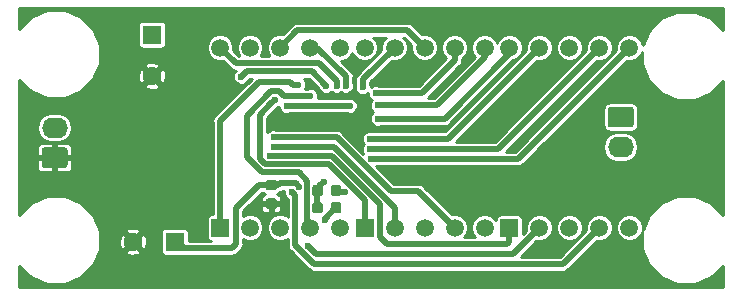
<source format=gbr>
G04 #@! TF.GenerationSoftware,KiCad,Pcbnew,(6.0.0-rc1-dev-950-ga5c892d9c)*
G04 #@! TF.CreationDate,2018-10-25T20:30:48+02:00*
G04 #@! TF.ProjectId,adc_7seg_v0,6164635F377365675F76302E6B696361,rev?*
G04 #@! TF.SameCoordinates,Original*
G04 #@! TF.FileFunction,Copper,L1,Top,Signal*
G04 #@! TF.FilePolarity,Positive*
%FSLAX46Y46*%
G04 Gerber Fmt 4.6, Leading zero omitted, Abs format (unit mm)*
G04 Created by KiCad (PCBNEW (6.0.0-rc1-dev-950-ga5c892d9c)) date 25.10.2018 20:30:48*
%MOMM*%
%LPD*%
G01*
G04 APERTURE LIST*
G04 #@! TA.AperFunction,ComponentPad*
%ADD10R,1.500000X1.500000*%
G04 #@! TD*
G04 #@! TA.AperFunction,ComponentPad*
%ADD11C,1.500000*%
G04 #@! TD*
G04 #@! TA.AperFunction,ComponentPad*
%ADD12O,2.200000X1.740000*%
G04 #@! TD*
G04 #@! TA.AperFunction,Conductor*
%ADD13C,0.100000*%
G04 #@! TD*
G04 #@! TA.AperFunction,ComponentPad*
%ADD14C,1.740000*%
G04 #@! TD*
G04 #@! TA.AperFunction,SMDPad,CuDef*
%ADD15C,0.875000*%
G04 #@! TD*
G04 #@! TA.AperFunction,ComponentPad*
%ADD16C,1.600000*%
G04 #@! TD*
G04 #@! TA.AperFunction,ComponentPad*
%ADD17R,1.600000X1.600000*%
G04 #@! TD*
G04 #@! TA.AperFunction,ViaPad*
%ADD18C,0.600000*%
G04 #@! TD*
G04 #@! TA.AperFunction,Conductor*
%ADD19C,0.508000*%
G04 #@! TD*
G04 #@! TA.AperFunction,Conductor*
%ADD20C,0.254000*%
G04 #@! TD*
G04 APERTURE END LIST*
D10*
G04 #@! TO.P,U3,1*
G04 #@! TO.N,Net-(U2-Pad25)*
X175936000Y-98128000D03*
D11*
G04 #@! TO.P,U3,5*
G04 #@! TO.N,Net-(JP4-Pad1)*
X186096000Y-98128000D03*
G04 #@! TO.P,U3,4*
G04 #@! TO.N,Net-(U2-Pad31)*
X183556000Y-98128000D03*
G04 #@! TO.P,U3,2*
G04 #@! TO.N,Net-(U2-Pad22)*
X178476000Y-98128000D03*
G04 #@! TO.P,U3,3*
G04 #@! TO.N,Net-(Q1-Pad2)*
X181016000Y-98128000D03*
G04 #@! TO.P,U3,8*
G04 #@! TO.N,Net-(U3-Pad8)*
X181016000Y-82888000D03*
G04 #@! TO.P,U3,6*
G04 #@! TO.N,Net-(U2-Pad23)*
X186096000Y-82888000D03*
G04 #@! TO.P,U3,7*
G04 #@! TO.N,Net-(U2-Pad30)*
X183556000Y-82888000D03*
G04 #@! TO.P,U3,9*
G04 #@! TO.N,Net-(U2-Pad24)*
X178476000Y-82888000D03*
G04 #@! TO.P,U3,10*
G04 #@! TO.N,Net-(U2-Pad29)*
X175936000Y-82888000D03*
G04 #@! TD*
D12*
G04 #@! TO.P,J2,2*
G04 #@! TO.N,Net-(C1-Pad1)*
X161925000Y-89662000D03*
D13*
G04 #@! TD*
G04 #@! TO.N,GND*
G04 #@! TO.C,J2*
G36*
X162799505Y-91333204D02*
X162823773Y-91336804D01*
X162847572Y-91342765D01*
X162870671Y-91351030D01*
X162892850Y-91361520D01*
X162913893Y-91374132D01*
X162933599Y-91388747D01*
X162951777Y-91405223D01*
X162968253Y-91423401D01*
X162982868Y-91443107D01*
X162995480Y-91464150D01*
X163005970Y-91486329D01*
X163014235Y-91509428D01*
X163020196Y-91533227D01*
X163023796Y-91557495D01*
X163025000Y-91581999D01*
X163025000Y-92822001D01*
X163023796Y-92846505D01*
X163020196Y-92870773D01*
X163014235Y-92894572D01*
X163005970Y-92917671D01*
X162995480Y-92939850D01*
X162982868Y-92960893D01*
X162968253Y-92980599D01*
X162951777Y-92998777D01*
X162933599Y-93015253D01*
X162913893Y-93029868D01*
X162892850Y-93042480D01*
X162870671Y-93052970D01*
X162847572Y-93061235D01*
X162823773Y-93067196D01*
X162799505Y-93070796D01*
X162775001Y-93072000D01*
X161074999Y-93072000D01*
X161050495Y-93070796D01*
X161026227Y-93067196D01*
X161002428Y-93061235D01*
X160979329Y-93052970D01*
X160957150Y-93042480D01*
X160936107Y-93029868D01*
X160916401Y-93015253D01*
X160898223Y-92998777D01*
X160881747Y-92980599D01*
X160867132Y-92960893D01*
X160854520Y-92939850D01*
X160844030Y-92917671D01*
X160835765Y-92894572D01*
X160829804Y-92870773D01*
X160826204Y-92846505D01*
X160825000Y-92822001D01*
X160825000Y-91581999D01*
X160826204Y-91557495D01*
X160829804Y-91533227D01*
X160835765Y-91509428D01*
X160844030Y-91486329D01*
X160854520Y-91464150D01*
X160867132Y-91443107D01*
X160881747Y-91423401D01*
X160898223Y-91405223D01*
X160916401Y-91388747D01*
X160936107Y-91374132D01*
X160957150Y-91361520D01*
X160979329Y-91351030D01*
X161002428Y-91342765D01*
X161026227Y-91336804D01*
X161050495Y-91333204D01*
X161074999Y-91332000D01*
X162775001Y-91332000D01*
X162799505Y-91333204D01*
X162799505Y-91333204D01*
G37*
D14*
G04 #@! TO.P,J2,1*
G04 #@! TO.N,GND*
X161925000Y-92202000D03*
G04 #@! TD*
D10*
G04 #@! TO.P,U5,1*
G04 #@! TO.N,Net-(U2-Pad15)*
X200436000Y-98128000D03*
D11*
G04 #@! TO.P,U5,5*
G04 #@! TO.N,N/C*
X210596000Y-98128000D03*
G04 #@! TO.P,U5,4*
G04 #@! TO.N,Net-(U2-Pad10)*
X208056000Y-98128000D03*
G04 #@! TO.P,U5,2*
G04 #@! TO.N,Net-(U2-Pad9)*
X202976000Y-98128000D03*
G04 #@! TO.P,U5,3*
G04 #@! TO.N,Net-(U4-Pad3)*
X205516000Y-98128000D03*
G04 #@! TO.P,U5,8*
G04 #@! TO.N,N/C*
X205516000Y-82888000D03*
G04 #@! TO.P,U5,6*
G04 #@! TO.N,Net-(U2-Pad11)*
X210596000Y-82888000D03*
G04 #@! TO.P,U5,7*
G04 #@! TO.N,Net-(U2-Pad12)*
X208056000Y-82888000D03*
G04 #@! TO.P,U5,9*
G04 #@! TO.N,Net-(U2-Pad13)*
X202976000Y-82888000D03*
G04 #@! TO.P,U5,10*
G04 #@! TO.N,Net-(U2-Pad14)*
X200436000Y-82888000D03*
G04 #@! TD*
D10*
G04 #@! TO.P,U4,1*
G04 #@! TO.N,Net-(U2-Pad21)*
X188186000Y-98128000D03*
D11*
G04 #@! TO.P,U4,5*
G04 #@! TO.N,Net-(JP4-Pad3)*
X198346000Y-98128000D03*
G04 #@! TO.P,U4,4*
G04 #@! TO.N,Net-(U2-Pad17)*
X195806000Y-98128000D03*
G04 #@! TO.P,U4,2*
G04 #@! TO.N,Net-(U2-Pad16)*
X190726000Y-98128000D03*
G04 #@! TO.P,U4,3*
G04 #@! TO.N,Net-(U4-Pad3)*
X193266000Y-98128000D03*
G04 #@! TO.P,U4,8*
G04 #@! TO.N,Net-(U3-Pad8)*
X193266000Y-82888000D03*
G04 #@! TO.P,U4,6*
G04 #@! TO.N,Net-(U2-Pad18)*
X198346000Y-82888000D03*
G04 #@! TO.P,U4,7*
G04 #@! TO.N,Net-(U2-Pad19)*
X195806000Y-82888000D03*
G04 #@! TO.P,U4,9*
G04 #@! TO.N,Net-(U2-Pad20)*
X190726000Y-82888000D03*
G04 #@! TO.P,U4,10*
G04 #@! TO.N,Net-(U2-Pad32)*
X188186000Y-82888000D03*
G04 #@! TD*
D13*
G04 #@! TO.N,Net-(C8-Pad2)*
G04 #@! TO.C,R11*
G36*
X184428191Y-95982553D02*
X184449426Y-95985703D01*
X184470250Y-95990919D01*
X184490462Y-95998151D01*
X184509868Y-96007330D01*
X184528281Y-96018366D01*
X184545524Y-96031154D01*
X184561430Y-96045570D01*
X184575846Y-96061476D01*
X184588634Y-96078719D01*
X184599670Y-96097132D01*
X184608849Y-96116538D01*
X184616081Y-96136750D01*
X184621297Y-96157574D01*
X184624447Y-96178809D01*
X184625500Y-96200250D01*
X184625500Y-96712750D01*
X184624447Y-96734191D01*
X184621297Y-96755426D01*
X184616081Y-96776250D01*
X184608849Y-96796462D01*
X184599670Y-96815868D01*
X184588634Y-96834281D01*
X184575846Y-96851524D01*
X184561430Y-96867430D01*
X184545524Y-96881846D01*
X184528281Y-96894634D01*
X184509868Y-96905670D01*
X184490462Y-96914849D01*
X184470250Y-96922081D01*
X184449426Y-96927297D01*
X184428191Y-96930447D01*
X184406750Y-96931500D01*
X183969250Y-96931500D01*
X183947809Y-96930447D01*
X183926574Y-96927297D01*
X183905750Y-96922081D01*
X183885538Y-96914849D01*
X183866132Y-96905670D01*
X183847719Y-96894634D01*
X183830476Y-96881846D01*
X183814570Y-96867430D01*
X183800154Y-96851524D01*
X183787366Y-96834281D01*
X183776330Y-96815868D01*
X183767151Y-96796462D01*
X183759919Y-96776250D01*
X183754703Y-96755426D01*
X183751553Y-96734191D01*
X183750500Y-96712750D01*
X183750500Y-96200250D01*
X183751553Y-96178809D01*
X183754703Y-96157574D01*
X183759919Y-96136750D01*
X183767151Y-96116538D01*
X183776330Y-96097132D01*
X183787366Y-96078719D01*
X183800154Y-96061476D01*
X183814570Y-96045570D01*
X183830476Y-96031154D01*
X183847719Y-96018366D01*
X183866132Y-96007330D01*
X183885538Y-95998151D01*
X183905750Y-95990919D01*
X183926574Y-95985703D01*
X183947809Y-95982553D01*
X183969250Y-95981500D01*
X184406750Y-95981500D01*
X184428191Y-95982553D01*
X184428191Y-95982553D01*
G37*
D15*
G04 #@! TD*
G04 #@! TO.P,R11,2*
G04 #@! TO.N,Net-(C8-Pad2)*
X184188000Y-96456500D03*
D13*
G04 #@! TO.N,Net-(R11-Pad1)*
G04 #@! TO.C,R11*
G36*
X186003191Y-95982553D02*
X186024426Y-95985703D01*
X186045250Y-95990919D01*
X186065462Y-95998151D01*
X186084868Y-96007330D01*
X186103281Y-96018366D01*
X186120524Y-96031154D01*
X186136430Y-96045570D01*
X186150846Y-96061476D01*
X186163634Y-96078719D01*
X186174670Y-96097132D01*
X186183849Y-96116538D01*
X186191081Y-96136750D01*
X186196297Y-96157574D01*
X186199447Y-96178809D01*
X186200500Y-96200250D01*
X186200500Y-96712750D01*
X186199447Y-96734191D01*
X186196297Y-96755426D01*
X186191081Y-96776250D01*
X186183849Y-96796462D01*
X186174670Y-96815868D01*
X186163634Y-96834281D01*
X186150846Y-96851524D01*
X186136430Y-96867430D01*
X186120524Y-96881846D01*
X186103281Y-96894634D01*
X186084868Y-96905670D01*
X186065462Y-96914849D01*
X186045250Y-96922081D01*
X186024426Y-96927297D01*
X186003191Y-96930447D01*
X185981750Y-96931500D01*
X185544250Y-96931500D01*
X185522809Y-96930447D01*
X185501574Y-96927297D01*
X185480750Y-96922081D01*
X185460538Y-96914849D01*
X185441132Y-96905670D01*
X185422719Y-96894634D01*
X185405476Y-96881846D01*
X185389570Y-96867430D01*
X185375154Y-96851524D01*
X185362366Y-96834281D01*
X185351330Y-96815868D01*
X185342151Y-96796462D01*
X185334919Y-96776250D01*
X185329703Y-96755426D01*
X185326553Y-96734191D01*
X185325500Y-96712750D01*
X185325500Y-96200250D01*
X185326553Y-96178809D01*
X185329703Y-96157574D01*
X185334919Y-96136750D01*
X185342151Y-96116538D01*
X185351330Y-96097132D01*
X185362366Y-96078719D01*
X185375154Y-96061476D01*
X185389570Y-96045570D01*
X185405476Y-96031154D01*
X185422719Y-96018366D01*
X185441132Y-96007330D01*
X185460538Y-95998151D01*
X185480750Y-95990919D01*
X185501574Y-95985703D01*
X185522809Y-95982553D01*
X185544250Y-95981500D01*
X185981750Y-95981500D01*
X186003191Y-95982553D01*
X186003191Y-95982553D01*
G37*
D15*
G04 #@! TD*
G04 #@! TO.P,R11,1*
G04 #@! TO.N,Net-(R11-Pad1)*
X185763000Y-96456500D03*
D13*
G04 #@! TO.N,Net-(C5-Pad2)*
G04 #@! TO.C,J1*
G36*
X210729305Y-87904204D02*
X210753573Y-87907804D01*
X210777372Y-87913765D01*
X210800471Y-87922030D01*
X210822650Y-87932520D01*
X210843693Y-87945132D01*
X210863399Y-87959747D01*
X210881577Y-87976223D01*
X210898053Y-87994401D01*
X210912668Y-88014107D01*
X210925280Y-88035150D01*
X210935770Y-88057329D01*
X210944035Y-88080428D01*
X210949996Y-88104227D01*
X210953596Y-88128495D01*
X210954800Y-88152999D01*
X210954800Y-89393001D01*
X210953596Y-89417505D01*
X210949996Y-89441773D01*
X210944035Y-89465572D01*
X210935770Y-89488671D01*
X210925280Y-89510850D01*
X210912668Y-89531893D01*
X210898053Y-89551599D01*
X210881577Y-89569777D01*
X210863399Y-89586253D01*
X210843693Y-89600868D01*
X210822650Y-89613480D01*
X210800471Y-89623970D01*
X210777372Y-89632235D01*
X210753573Y-89638196D01*
X210729305Y-89641796D01*
X210704801Y-89643000D01*
X209004799Y-89643000D01*
X208980295Y-89641796D01*
X208956027Y-89638196D01*
X208932228Y-89632235D01*
X208909129Y-89623970D01*
X208886950Y-89613480D01*
X208865907Y-89600868D01*
X208846201Y-89586253D01*
X208828023Y-89569777D01*
X208811547Y-89551599D01*
X208796932Y-89531893D01*
X208784320Y-89510850D01*
X208773830Y-89488671D01*
X208765565Y-89465572D01*
X208759604Y-89441773D01*
X208756004Y-89417505D01*
X208754800Y-89393001D01*
X208754800Y-88152999D01*
X208756004Y-88128495D01*
X208759604Y-88104227D01*
X208765565Y-88080428D01*
X208773830Y-88057329D01*
X208784320Y-88035150D01*
X208796932Y-88014107D01*
X208811547Y-87994401D01*
X208828023Y-87976223D01*
X208846201Y-87959747D01*
X208865907Y-87945132D01*
X208886950Y-87932520D01*
X208909129Y-87922030D01*
X208932228Y-87913765D01*
X208956027Y-87907804D01*
X208980295Y-87904204D01*
X209004799Y-87903000D01*
X210704801Y-87903000D01*
X210729305Y-87904204D01*
X210729305Y-87904204D01*
G37*
D14*
G04 #@! TD*
G04 #@! TO.P,J1,1*
G04 #@! TO.N,Net-(C5-Pad2)*
X209854800Y-88773000D03*
D12*
G04 #@! TO.P,J1,2*
G04 #@! TO.N,Net-(J1-Pad2)*
X209854800Y-91313000D03*
G04 #@! TD*
D13*
G04 #@! TO.N,Net-(C8-Pad2)*
G04 #@! TO.C,C8*
G36*
X184428191Y-94522053D02*
X184449426Y-94525203D01*
X184470250Y-94530419D01*
X184490462Y-94537651D01*
X184509868Y-94546830D01*
X184528281Y-94557866D01*
X184545524Y-94570654D01*
X184561430Y-94585070D01*
X184575846Y-94600976D01*
X184588634Y-94618219D01*
X184599670Y-94636632D01*
X184608849Y-94656038D01*
X184616081Y-94676250D01*
X184621297Y-94697074D01*
X184624447Y-94718309D01*
X184625500Y-94739750D01*
X184625500Y-95252250D01*
X184624447Y-95273691D01*
X184621297Y-95294926D01*
X184616081Y-95315750D01*
X184608849Y-95335962D01*
X184599670Y-95355368D01*
X184588634Y-95373781D01*
X184575846Y-95391024D01*
X184561430Y-95406930D01*
X184545524Y-95421346D01*
X184528281Y-95434134D01*
X184509868Y-95445170D01*
X184490462Y-95454349D01*
X184470250Y-95461581D01*
X184449426Y-95466797D01*
X184428191Y-95469947D01*
X184406750Y-95471000D01*
X183969250Y-95471000D01*
X183947809Y-95469947D01*
X183926574Y-95466797D01*
X183905750Y-95461581D01*
X183885538Y-95454349D01*
X183866132Y-95445170D01*
X183847719Y-95434134D01*
X183830476Y-95421346D01*
X183814570Y-95406930D01*
X183800154Y-95391024D01*
X183787366Y-95373781D01*
X183776330Y-95355368D01*
X183767151Y-95335962D01*
X183759919Y-95315750D01*
X183754703Y-95294926D01*
X183751553Y-95273691D01*
X183750500Y-95252250D01*
X183750500Y-94739750D01*
X183751553Y-94718309D01*
X183754703Y-94697074D01*
X183759919Y-94676250D01*
X183767151Y-94656038D01*
X183776330Y-94636632D01*
X183787366Y-94618219D01*
X183800154Y-94600976D01*
X183814570Y-94585070D01*
X183830476Y-94570654D01*
X183847719Y-94557866D01*
X183866132Y-94546830D01*
X183885538Y-94537651D01*
X183905750Y-94530419D01*
X183926574Y-94525203D01*
X183947809Y-94522053D01*
X183969250Y-94521000D01*
X184406750Y-94521000D01*
X184428191Y-94522053D01*
X184428191Y-94522053D01*
G37*
D15*
G04 #@! TD*
G04 #@! TO.P,C8,2*
G04 #@! TO.N,Net-(C8-Pad2)*
X184188000Y-94996000D03*
D13*
G04 #@! TO.N,Net-(C8-Pad1)*
G04 #@! TO.C,C8*
G36*
X186003191Y-94522053D02*
X186024426Y-94525203D01*
X186045250Y-94530419D01*
X186065462Y-94537651D01*
X186084868Y-94546830D01*
X186103281Y-94557866D01*
X186120524Y-94570654D01*
X186136430Y-94585070D01*
X186150846Y-94600976D01*
X186163634Y-94618219D01*
X186174670Y-94636632D01*
X186183849Y-94656038D01*
X186191081Y-94676250D01*
X186196297Y-94697074D01*
X186199447Y-94718309D01*
X186200500Y-94739750D01*
X186200500Y-95252250D01*
X186199447Y-95273691D01*
X186196297Y-95294926D01*
X186191081Y-95315750D01*
X186183849Y-95335962D01*
X186174670Y-95355368D01*
X186163634Y-95373781D01*
X186150846Y-95391024D01*
X186136430Y-95406930D01*
X186120524Y-95421346D01*
X186103281Y-95434134D01*
X186084868Y-95445170D01*
X186065462Y-95454349D01*
X186045250Y-95461581D01*
X186024426Y-95466797D01*
X186003191Y-95469947D01*
X185981750Y-95471000D01*
X185544250Y-95471000D01*
X185522809Y-95469947D01*
X185501574Y-95466797D01*
X185480750Y-95461581D01*
X185460538Y-95454349D01*
X185441132Y-95445170D01*
X185422719Y-95434134D01*
X185405476Y-95421346D01*
X185389570Y-95406930D01*
X185375154Y-95391024D01*
X185362366Y-95373781D01*
X185351330Y-95355368D01*
X185342151Y-95335962D01*
X185334919Y-95315750D01*
X185329703Y-95294926D01*
X185326553Y-95273691D01*
X185325500Y-95252250D01*
X185325500Y-94739750D01*
X185326553Y-94718309D01*
X185329703Y-94697074D01*
X185334919Y-94676250D01*
X185342151Y-94656038D01*
X185351330Y-94636632D01*
X185362366Y-94618219D01*
X185375154Y-94600976D01*
X185389570Y-94585070D01*
X185405476Y-94570654D01*
X185422719Y-94557866D01*
X185441132Y-94546830D01*
X185460538Y-94537651D01*
X185480750Y-94530419D01*
X185501574Y-94525203D01*
X185522809Y-94522053D01*
X185544250Y-94521000D01*
X185981750Y-94521000D01*
X186003191Y-94522053D01*
X186003191Y-94522053D01*
G37*
D15*
G04 #@! TD*
G04 #@! TO.P,C8,1*
G04 #@! TO.N,Net-(C8-Pad1)*
X185763000Y-94996000D03*
D13*
G04 #@! TO.N,GND*
G04 #@! TO.C,C3*
G36*
X180554191Y-95664553D02*
X180575426Y-95667703D01*
X180596250Y-95672919D01*
X180616462Y-95680151D01*
X180635868Y-95689330D01*
X180654281Y-95700366D01*
X180671524Y-95713154D01*
X180687430Y-95727570D01*
X180701846Y-95743476D01*
X180714634Y-95760719D01*
X180725670Y-95779132D01*
X180734849Y-95798538D01*
X180742081Y-95818750D01*
X180747297Y-95839574D01*
X180750447Y-95860809D01*
X180751500Y-95882250D01*
X180751500Y-96319750D01*
X180750447Y-96341191D01*
X180747297Y-96362426D01*
X180742081Y-96383250D01*
X180734849Y-96403462D01*
X180725670Y-96422868D01*
X180714634Y-96441281D01*
X180701846Y-96458524D01*
X180687430Y-96474430D01*
X180671524Y-96488846D01*
X180654281Y-96501634D01*
X180635868Y-96512670D01*
X180616462Y-96521849D01*
X180596250Y-96529081D01*
X180575426Y-96534297D01*
X180554191Y-96537447D01*
X180532750Y-96538500D01*
X180020250Y-96538500D01*
X179998809Y-96537447D01*
X179977574Y-96534297D01*
X179956750Y-96529081D01*
X179936538Y-96521849D01*
X179917132Y-96512670D01*
X179898719Y-96501634D01*
X179881476Y-96488846D01*
X179865570Y-96474430D01*
X179851154Y-96458524D01*
X179838366Y-96441281D01*
X179827330Y-96422868D01*
X179818151Y-96403462D01*
X179810919Y-96383250D01*
X179805703Y-96362426D01*
X179802553Y-96341191D01*
X179801500Y-96319750D01*
X179801500Y-95882250D01*
X179802553Y-95860809D01*
X179805703Y-95839574D01*
X179810919Y-95818750D01*
X179818151Y-95798538D01*
X179827330Y-95779132D01*
X179838366Y-95760719D01*
X179851154Y-95743476D01*
X179865570Y-95727570D01*
X179881476Y-95713154D01*
X179898719Y-95700366D01*
X179917132Y-95689330D01*
X179936538Y-95680151D01*
X179956750Y-95672919D01*
X179977574Y-95667703D01*
X179998809Y-95664553D01*
X180020250Y-95663500D01*
X180532750Y-95663500D01*
X180554191Y-95664553D01*
X180554191Y-95664553D01*
G37*
D15*
G04 #@! TD*
G04 #@! TO.P,C3,2*
G04 #@! TO.N,GND*
X180276500Y-96101000D03*
D13*
G04 #@! TO.N,+9V*
G04 #@! TO.C,C3*
G36*
X180554191Y-94089553D02*
X180575426Y-94092703D01*
X180596250Y-94097919D01*
X180616462Y-94105151D01*
X180635868Y-94114330D01*
X180654281Y-94125366D01*
X180671524Y-94138154D01*
X180687430Y-94152570D01*
X180701846Y-94168476D01*
X180714634Y-94185719D01*
X180725670Y-94204132D01*
X180734849Y-94223538D01*
X180742081Y-94243750D01*
X180747297Y-94264574D01*
X180750447Y-94285809D01*
X180751500Y-94307250D01*
X180751500Y-94744750D01*
X180750447Y-94766191D01*
X180747297Y-94787426D01*
X180742081Y-94808250D01*
X180734849Y-94828462D01*
X180725670Y-94847868D01*
X180714634Y-94866281D01*
X180701846Y-94883524D01*
X180687430Y-94899430D01*
X180671524Y-94913846D01*
X180654281Y-94926634D01*
X180635868Y-94937670D01*
X180616462Y-94946849D01*
X180596250Y-94954081D01*
X180575426Y-94959297D01*
X180554191Y-94962447D01*
X180532750Y-94963500D01*
X180020250Y-94963500D01*
X179998809Y-94962447D01*
X179977574Y-94959297D01*
X179956750Y-94954081D01*
X179936538Y-94946849D01*
X179917132Y-94937670D01*
X179898719Y-94926634D01*
X179881476Y-94913846D01*
X179865570Y-94899430D01*
X179851154Y-94883524D01*
X179838366Y-94866281D01*
X179827330Y-94847868D01*
X179818151Y-94828462D01*
X179810919Y-94808250D01*
X179805703Y-94787426D01*
X179802553Y-94766191D01*
X179801500Y-94744750D01*
X179801500Y-94307250D01*
X179802553Y-94285809D01*
X179805703Y-94264574D01*
X179810919Y-94243750D01*
X179818151Y-94223538D01*
X179827330Y-94204132D01*
X179838366Y-94185719D01*
X179851154Y-94168476D01*
X179865570Y-94152570D01*
X179881476Y-94138154D01*
X179898719Y-94125366D01*
X179917132Y-94114330D01*
X179936538Y-94105151D01*
X179956750Y-94097919D01*
X179977574Y-94092703D01*
X179998809Y-94089553D01*
X180020250Y-94088500D01*
X180532750Y-94088500D01*
X180554191Y-94089553D01*
X180554191Y-94089553D01*
G37*
D15*
G04 #@! TD*
G04 #@! TO.P,C3,1*
G04 #@! TO.N,+9V*
X180276500Y-94526000D03*
D16*
G04 #@! TO.P,C2,2*
G04 #@! TO.N,GND*
X168585000Y-99314000D03*
D17*
G04 #@! TO.P,C2,1*
G04 #@! TO.N,+9V*
X172085000Y-99314000D03*
G04 #@! TD*
D16*
G04 #@! TO.P,C1,2*
G04 #@! TO.N,GND*
X170180000Y-85288000D03*
D17*
G04 #@! TO.P,C1,1*
G04 #@! TO.N,Net-(C1-Pad1)*
X170180000Y-81788000D03*
G04 #@! TD*
D18*
G04 #@! TO.N,GND*
X167005000Y-102870000D03*
X188976000Y-102870000D03*
X205105000Y-102870000D03*
X197485000Y-102870000D03*
X212725000Y-102870000D03*
X174625000Y-102870000D03*
X182245000Y-102870000D03*
X159385000Y-102870000D03*
X159385000Y-95250000D03*
X159385000Y-87630000D03*
X218186000Y-102870000D03*
X218186000Y-95250000D03*
X218186000Y-87630000D03*
X218186000Y-80010000D03*
X189865000Y-80010000D03*
X197485000Y-80010000D03*
X205105000Y-80010000D03*
X212725000Y-80010000D03*
X174625000Y-80010000D03*
X182245000Y-80010000D03*
X167005000Y-80010000D03*
X166624000Y-92456000D03*
X167640000Y-92456000D03*
X168656000Y-92456000D03*
X169672000Y-92456000D03*
X170688000Y-92456000D03*
X171704000Y-92456000D03*
X171704000Y-93980000D03*
X170688000Y-93980000D03*
X169672000Y-93980000D03*
X168656000Y-93980000D03*
X167640000Y-93980000D03*
X166624000Y-93980000D03*
X166624000Y-90932000D03*
X167640000Y-90932000D03*
X168656000Y-90932000D03*
X169672000Y-90932000D03*
X170688000Y-90932000D03*
X171704000Y-90932000D03*
X171704000Y-89408000D03*
X170688000Y-89408000D03*
X169672000Y-89408000D03*
X168656000Y-89408000D03*
X167640000Y-89408000D03*
X166624000Y-89408000D03*
X179324000Y-96012000D03*
X180213000Y-97028000D03*
X159385000Y-80010000D03*
X189992000Y-85598000D03*
X190627000Y-85598000D03*
X191262000Y-85598000D03*
X189357000Y-85979000D03*
X190373000Y-84455000D03*
X192024000Y-83185000D03*
X194564000Y-83566000D03*
X194564000Y-82423000D03*
X192024000Y-84709000D03*
G04 #@! TO.N,+9V*
X182637680Y-94685321D03*
G04 #@! TO.N,Net-(C8-Pad2)*
X184721504Y-94229232D03*
G04 #@! TO.N,Net-(C8-Pad1)*
X186485511Y-95073489D03*
G04 #@! TO.N,Net-(Q1-Pad1)*
X184912000Y-86106000D03*
X177736500Y-85344000D03*
G04 #@! TO.N,Net-(R11-Pad1)*
X184785000Y-97472500D03*
G04 #@! TO.N,Net-(U2-Pad31)*
X183578500Y-86995000D03*
G04 #@! TO.N,Net-(U2-Pad30)*
X186601011Y-86105996D03*
G04 #@! TO.N,Net-(U2-Pad29)*
X185801000Y-86105986D03*
G04 #@! TO.N,Net-(U2-Pad25)*
X182552075Y-86027423D03*
G04 #@! TO.N,Net-(U2-Pad21)*
X180594000Y-87304590D03*
G04 #@! TO.N,Net-(U2-Pad20)*
X188033085Y-86233000D03*
X181610000Y-87820500D03*
X186913520Y-87825580D03*
G04 #@! TO.N,Net-(U2-Pad19)*
X189166500Y-86741000D03*
G04 #@! TO.N,Net-(U2-Pad18)*
X189293500Y-87757000D03*
G04 #@! TO.N,Net-(U2-Pad17)*
X180467004Y-90487500D03*
G04 #@! TO.N,Net-(U2-Pad16)*
X180466998Y-91313000D03*
G04 #@! TO.N,Net-(U2-Pad15)*
X180161107Y-92067090D03*
G04 #@! TO.N,Net-(U2-Pad14)*
X189293502Y-88900000D03*
G04 #@! TO.N,Net-(U2-Pad13)*
X188658500Y-90614500D03*
G04 #@! TO.N,Net-(U2-Pad12)*
X188658500Y-91503500D03*
G04 #@! TO.N,Net-(U2-Pad11)*
X188717390Y-92316626D03*
G04 #@! TO.N,Net-(U2-Pad10)*
X182000742Y-95098647D03*
G04 #@! TO.N,Net-(U2-Pad9)*
X183388000Y-99695000D03*
G04 #@! TD*
D19*
G04 #@! TO.N,+9V*
X182337681Y-94385322D02*
X182637680Y-94685321D01*
X180851500Y-94526000D02*
X180276500Y-94526000D01*
X180992178Y-94385322D02*
X180851500Y-94526000D01*
X182337681Y-94385322D02*
X180992178Y-94385322D01*
X172339000Y-99314000D02*
X172085000Y-99314000D01*
X179222500Y-94526000D02*
X177292000Y-96456500D01*
X180276500Y-94526000D02*
X179222500Y-94526000D01*
X177292000Y-96456500D02*
X177292000Y-99504500D01*
X176911000Y-99885500D02*
X172910500Y-99885500D01*
X177292000Y-99504500D02*
X176911000Y-99885500D01*
X172910500Y-99885500D02*
X172339000Y-99314000D01*
G04 #@! TO.N,Net-(C8-Pad2)*
X184124500Y-94826236D02*
X184421505Y-94529231D01*
X184124500Y-96266000D02*
X184124500Y-94826236D01*
X184421505Y-94529231D02*
X184721504Y-94229232D01*
G04 #@! TO.N,Net-(C8-Pad1)*
X185699500Y-94996000D02*
X185776989Y-95073489D01*
X186061247Y-95073489D02*
X186485511Y-95073489D01*
X185776989Y-95073489D02*
X186061247Y-95073489D01*
G04 #@! TO.N,Net-(Q1-Pad1)*
X178036499Y-85044001D02*
X177736500Y-85344000D01*
X178181000Y-84899500D02*
X178036499Y-85044001D01*
X184912000Y-86106000D02*
X183705500Y-84899500D01*
X183705500Y-84899500D02*
X178181000Y-84899500D01*
G04 #@! TO.N,Net-(R11-Pad1)*
X184785000Y-97371000D02*
X185699500Y-96456500D01*
X184785000Y-97472500D02*
X184785000Y-97371000D01*
G04 #@! TO.N,Net-(U2-Pad31)*
X183197500Y-97769500D02*
X183232990Y-97804990D01*
X180254926Y-86598188D02*
X180933074Y-86598188D01*
X183556000Y-98128000D02*
X183344090Y-97916090D01*
X183344090Y-97916090D02*
X183344090Y-94190090D01*
X183344090Y-94190090D02*
X182587911Y-93433911D01*
X182587911Y-93433911D02*
X179494948Y-93433910D01*
X180933074Y-86598188D02*
X181329886Y-86995000D01*
X181329886Y-86995000D02*
X183154236Y-86995000D01*
X183154236Y-86995000D02*
X183578500Y-86995000D01*
X178181000Y-88672114D02*
X180254926Y-86598188D01*
X178181000Y-92119962D02*
X178181000Y-88672114D01*
X179494948Y-93433910D02*
X178181000Y-92119962D01*
D20*
G04 #@! TO.N,Net-(U2-Pad30)*
X186601011Y-86017011D02*
X186601011Y-86105996D01*
D19*
X183556000Y-82888000D02*
X184170500Y-82888000D01*
X186601011Y-85318511D02*
X186601011Y-86105996D01*
X184170500Y-82888000D02*
X186601011Y-85318511D01*
G04 #@! TO.N,Net-(U2-Pad29)*
X175936000Y-82888000D02*
X177249000Y-84201000D01*
X184320278Y-84201000D02*
X177249000Y-84201000D01*
X185801000Y-85681722D02*
X184320278Y-84201000D01*
X185801000Y-86105986D02*
X185801000Y-85681722D01*
G04 #@! TO.N,Net-(U2-Pad25)*
X182127811Y-86027423D02*
X182552075Y-86027423D01*
X181888888Y-85788500D02*
X182127811Y-86027423D01*
X179246364Y-85788500D02*
X181888888Y-85788500D01*
X175936000Y-98128000D02*
X175936000Y-89098864D01*
X175936000Y-89098864D02*
X179246364Y-85788500D01*
G04 #@! TO.N,Net-(U2-Pad21)*
X188186000Y-95774962D02*
X185184538Y-92773500D01*
X179324000Y-88574590D02*
X180294001Y-87604589D01*
X188186000Y-98128000D02*
X188186000Y-95774962D01*
X179324000Y-92329000D02*
X179324000Y-88574590D01*
X179768500Y-92773500D02*
X179324000Y-92329000D01*
X185184538Y-92773500D02*
X179768500Y-92773500D01*
X180294001Y-87604589D02*
X180594000Y-87304590D01*
G04 #@! TO.N,Net-(U2-Pad20)*
X188033085Y-85808736D02*
X188033085Y-86233000D01*
X190726000Y-82888000D02*
X188033085Y-85580915D01*
X188033085Y-85580915D02*
X188033085Y-85808736D01*
X181610000Y-87820500D02*
X186908440Y-87820500D01*
X186908440Y-87820500D02*
X186913520Y-87825580D01*
G04 #@! TO.N,Net-(U2-Pad19)*
X189590764Y-86741000D02*
X189166500Y-86741000D01*
X193040000Y-86741000D02*
X189590764Y-86741000D01*
X195806000Y-82888000D02*
X195806000Y-83975000D01*
X195806000Y-83975000D02*
X193040000Y-86741000D01*
G04 #@! TO.N,Net-(U2-Pad18)*
X189717764Y-87757000D02*
X189293500Y-87757000D01*
X194310000Y-87757000D02*
X189717764Y-87757000D01*
X198346000Y-82888000D02*
X198346000Y-83721000D01*
X198346000Y-83721000D02*
X194310000Y-87757000D01*
G04 #@! TO.N,Net-(U2-Pad17)*
X195056001Y-97378001D02*
X195806000Y-98128000D01*
X192737500Y-95059500D02*
X195056001Y-97378001D01*
X190373000Y-95059500D02*
X192737500Y-95059500D01*
X180467004Y-90487500D02*
X185801000Y-90487500D01*
X185801000Y-90487500D02*
X190373000Y-95059500D01*
G04 #@! TO.N,Net-(U2-Pad16)*
X190726000Y-96428500D02*
X190726000Y-98128000D01*
X180466998Y-91313000D02*
X185610500Y-91313000D01*
X185610500Y-91313000D02*
X190726000Y-96428500D01*
G04 #@! TO.N,Net-(U2-Pad15)*
X200436000Y-99386000D02*
X200436000Y-98128000D01*
X189484000Y-98933000D02*
X190096450Y-99545450D01*
X189484000Y-96139000D02*
X189484000Y-98933000D01*
X180161107Y-92067090D02*
X185412090Y-92067090D01*
X190096450Y-99545450D02*
X200276550Y-99545450D01*
X185412090Y-92067090D02*
X189484000Y-96139000D01*
X200276550Y-99545450D02*
X200436000Y-99386000D01*
G04 #@! TO.N,Net-(U2-Pad14)*
X189717766Y-88900000D02*
X189293502Y-88900000D01*
X194945000Y-88900000D02*
X189717766Y-88900000D01*
X200436000Y-82888000D02*
X200436000Y-83409000D01*
X200436000Y-83409000D02*
X194945000Y-88900000D01*
G04 #@! TO.N,Net-(U2-Pad13)*
X202976000Y-82888000D02*
X195249500Y-90614500D01*
X189082764Y-90614500D02*
X188658500Y-90614500D01*
X195249500Y-90614500D02*
X189082764Y-90614500D01*
G04 #@! TO.N,Net-(U2-Pad12)*
X199440500Y-91503500D02*
X189082764Y-91503500D01*
X208056000Y-82888000D02*
X199440500Y-91503500D01*
X189082764Y-91503500D02*
X188658500Y-91503500D01*
G04 #@! TO.N,Net-(U2-Pad11)*
X201167374Y-92316626D02*
X189141654Y-92316626D01*
X189141654Y-92316626D02*
X188717390Y-92316626D01*
X210596000Y-82888000D02*
X201167374Y-92316626D01*
G04 #@! TO.N,Net-(U2-Pad10)*
X182300741Y-95398646D02*
X182000742Y-95098647D01*
X182308500Y-95406405D02*
X182300741Y-95398646D01*
X182308500Y-99631500D02*
X182308500Y-95406405D01*
X183896000Y-101219000D02*
X182308500Y-99631500D01*
X208056000Y-98128000D02*
X204965000Y-101219000D01*
X204965000Y-101219000D02*
X183896000Y-101219000D01*
G04 #@! TO.N,Net-(U2-Pad9)*
X202226001Y-98877999D02*
X202976000Y-98128000D01*
X200710500Y-100393500D02*
X202226001Y-98877999D01*
X183388000Y-99695000D02*
X184086500Y-100393500D01*
X184086500Y-100393500D02*
X200710500Y-100393500D01*
G04 #@! TO.N,Net-(U3-Pad8)*
X192516001Y-82138001D02*
X193266000Y-82888000D01*
X191785000Y-81407000D02*
X192516001Y-82138001D01*
X181016000Y-82888000D02*
X182497000Y-81407000D01*
X182497000Y-81407000D02*
X191785000Y-81407000D01*
G04 #@! TD*
D20*
G04 #@! TO.N,GND*
G36*
X218511000Y-81414226D02*
X217503176Y-80406402D01*
X216133346Y-79839000D01*
X214650654Y-79839000D01*
X213280824Y-80406402D01*
X212232402Y-81454824D01*
X211723000Y-82684630D01*
X211723000Y-82663826D01*
X211551424Y-82249606D01*
X211234394Y-81932576D01*
X210820174Y-81761000D01*
X210371826Y-81761000D01*
X209957606Y-81932576D01*
X209640576Y-82249606D01*
X209469000Y-82663826D01*
X209469000Y-83112174D01*
X209472063Y-83119569D01*
X200906006Y-91685626D01*
X200150742Y-91685626D01*
X207824432Y-84011937D01*
X207831826Y-84015000D01*
X208280174Y-84015000D01*
X208694394Y-83843424D01*
X209011424Y-83526394D01*
X209183000Y-83112174D01*
X209183000Y-82663826D01*
X209011424Y-82249606D01*
X208694394Y-81932576D01*
X208280174Y-81761000D01*
X207831826Y-81761000D01*
X207417606Y-81932576D01*
X207100576Y-82249606D01*
X206929000Y-82663826D01*
X206929000Y-83112174D01*
X206932063Y-83119568D01*
X199179132Y-90872500D01*
X195883868Y-90872500D01*
X202744432Y-84011937D01*
X202751826Y-84015000D01*
X203200174Y-84015000D01*
X203614394Y-83843424D01*
X203931424Y-83526394D01*
X204103000Y-83112174D01*
X204103000Y-82663826D01*
X204389000Y-82663826D01*
X204389000Y-83112174D01*
X204560576Y-83526394D01*
X204877606Y-83843424D01*
X205291826Y-84015000D01*
X205740174Y-84015000D01*
X206154394Y-83843424D01*
X206471424Y-83526394D01*
X206643000Y-83112174D01*
X206643000Y-82663826D01*
X206471424Y-82249606D01*
X206154394Y-81932576D01*
X205740174Y-81761000D01*
X205291826Y-81761000D01*
X204877606Y-81932576D01*
X204560576Y-82249606D01*
X204389000Y-82663826D01*
X204103000Y-82663826D01*
X203931424Y-82249606D01*
X203614394Y-81932576D01*
X203200174Y-81761000D01*
X202751826Y-81761000D01*
X202337606Y-81932576D01*
X202020576Y-82249606D01*
X201849000Y-82663826D01*
X201849000Y-83112174D01*
X201852063Y-83119568D01*
X194988132Y-89983500D01*
X188904218Y-89983500D01*
X188793164Y-89937500D01*
X188523836Y-89937500D01*
X188275010Y-90040567D01*
X188084567Y-90231010D01*
X187981500Y-90479836D01*
X187981500Y-90749164D01*
X188084567Y-90997990D01*
X188145577Y-91059000D01*
X188084567Y-91120010D01*
X187981500Y-91368836D01*
X187981500Y-91638164D01*
X188078704Y-91872836D01*
X186291133Y-90085265D01*
X186255926Y-90032574D01*
X186047204Y-89893111D01*
X185863148Y-89856500D01*
X185801000Y-89844138D01*
X185738852Y-89856500D01*
X180712722Y-89856500D01*
X180601668Y-89810500D01*
X180332340Y-89810500D01*
X180083514Y-89913567D01*
X179955000Y-90042081D01*
X179955000Y-88835958D01*
X180784130Y-88006828D01*
X180784130Y-88006827D01*
X180866433Y-87924524D01*
X180933000Y-87896951D01*
X180933000Y-87955164D01*
X181036067Y-88203990D01*
X181226510Y-88394433D01*
X181475336Y-88497500D01*
X181744664Y-88497500D01*
X181855718Y-88451500D01*
X186655538Y-88451500D01*
X186778856Y-88502580D01*
X187048184Y-88502580D01*
X187297010Y-88399513D01*
X187487453Y-88209070D01*
X187590520Y-87960244D01*
X187590520Y-87690916D01*
X187487453Y-87442090D01*
X187297010Y-87251647D01*
X187048184Y-87148580D01*
X186778856Y-87148580D01*
X186680066Y-87189500D01*
X184230715Y-87189500D01*
X184255500Y-87129664D01*
X184255500Y-86860336D01*
X184152433Y-86611510D01*
X183961990Y-86421067D01*
X183713164Y-86318000D01*
X183443836Y-86318000D01*
X183332782Y-86364000D01*
X183145440Y-86364000D01*
X183229075Y-86162087D01*
X183229075Y-85892759D01*
X183126008Y-85643933D01*
X183012575Y-85530500D01*
X183444132Y-85530500D01*
X184292066Y-86378434D01*
X184338067Y-86489490D01*
X184528510Y-86679933D01*
X184777336Y-86783000D01*
X185046664Y-86783000D01*
X185295490Y-86679933D01*
X185356507Y-86618916D01*
X185417510Y-86679919D01*
X185666336Y-86782986D01*
X185935664Y-86782986D01*
X186184490Y-86679919D01*
X186201001Y-86663409D01*
X186217521Y-86679929D01*
X186466347Y-86782996D01*
X186735675Y-86782996D01*
X186984501Y-86679929D01*
X187174944Y-86489486D01*
X187278011Y-86240660D01*
X187278011Y-85971332D01*
X187232011Y-85860278D01*
X187232011Y-85380659D01*
X187244373Y-85318511D01*
X187195400Y-85072307D01*
X187055937Y-84863585D01*
X187003247Y-84828379D01*
X186189868Y-84015000D01*
X186320174Y-84015000D01*
X186734394Y-83843424D01*
X187051424Y-83526394D01*
X187141000Y-83310139D01*
X187230576Y-83526394D01*
X187547606Y-83843424D01*
X187961826Y-84015000D01*
X188410174Y-84015000D01*
X188824394Y-83843424D01*
X189141424Y-83526394D01*
X189313000Y-83112174D01*
X189313000Y-82663826D01*
X189141424Y-82249606D01*
X188929818Y-82038000D01*
X189982182Y-82038000D01*
X189770576Y-82249606D01*
X189599000Y-82663826D01*
X189599000Y-83112174D01*
X189602063Y-83119568D01*
X187630849Y-85090783D01*
X187578159Y-85125989D01*
X187462978Y-85298371D01*
X187438696Y-85334712D01*
X187389723Y-85580915D01*
X187402085Y-85643063D01*
X187402085Y-85987282D01*
X187356085Y-86098336D01*
X187356085Y-86367664D01*
X187459152Y-86616490D01*
X187649595Y-86806933D01*
X187898421Y-86910000D01*
X188167749Y-86910000D01*
X188416575Y-86806933D01*
X188489500Y-86734008D01*
X188489500Y-86875664D01*
X188592567Y-87124490D01*
X188780577Y-87312500D01*
X188719567Y-87373510D01*
X188616500Y-87622336D01*
X188616500Y-87891664D01*
X188719567Y-88140490D01*
X188907578Y-88328501D01*
X188719569Y-88516510D01*
X188616502Y-88765336D01*
X188616502Y-89034664D01*
X188719569Y-89283490D01*
X188910012Y-89473933D01*
X189158838Y-89577000D01*
X189428166Y-89577000D01*
X189539220Y-89531000D01*
X194882852Y-89531000D01*
X194945000Y-89543362D01*
X195007148Y-89531000D01*
X195191204Y-89494389D01*
X195399926Y-89354926D01*
X195435133Y-89302235D01*
X200766346Y-83971022D01*
X201074394Y-83843424D01*
X201391424Y-83526394D01*
X201563000Y-83112174D01*
X201563000Y-82663826D01*
X201391424Y-82249606D01*
X201074394Y-81932576D01*
X200660174Y-81761000D01*
X200211826Y-81761000D01*
X199797606Y-81932576D01*
X199480576Y-82249606D01*
X199391000Y-82465861D01*
X199301424Y-82249606D01*
X198984394Y-81932576D01*
X198570174Y-81761000D01*
X198121826Y-81761000D01*
X197707606Y-81932576D01*
X197390576Y-82249606D01*
X197219000Y-82663826D01*
X197219000Y-83112174D01*
X197390576Y-83526394D01*
X197519407Y-83655225D01*
X194048632Y-87126000D01*
X193547368Y-87126000D01*
X196208235Y-84465133D01*
X196260926Y-84429926D01*
X196400389Y-84221204D01*
X196437000Y-84037148D01*
X196449362Y-83975000D01*
X196437000Y-83912852D01*
X196437000Y-83846487D01*
X196444394Y-83843424D01*
X196761424Y-83526394D01*
X196933000Y-83112174D01*
X196933000Y-82663826D01*
X196761424Y-82249606D01*
X196444394Y-81932576D01*
X196030174Y-81761000D01*
X195581826Y-81761000D01*
X195167606Y-81932576D01*
X194850576Y-82249606D01*
X194679000Y-82663826D01*
X194679000Y-83112174D01*
X194850576Y-83526394D01*
X195106407Y-83782225D01*
X192778632Y-86110000D01*
X189412218Y-86110000D01*
X189301164Y-86064000D01*
X189031836Y-86064000D01*
X188783010Y-86167067D01*
X188710085Y-86239992D01*
X188710085Y-86098336D01*
X188664085Y-85987282D01*
X188664085Y-85842283D01*
X190494432Y-84011937D01*
X190501826Y-84015000D01*
X190950174Y-84015000D01*
X191364394Y-83843424D01*
X191681424Y-83526394D01*
X191853000Y-83112174D01*
X191853000Y-82663826D01*
X191681424Y-82249606D01*
X191469818Y-82038000D01*
X191523632Y-82038000D01*
X192142063Y-82656431D01*
X192139000Y-82663826D01*
X192139000Y-83112174D01*
X192310576Y-83526394D01*
X192627606Y-83843424D01*
X193041826Y-84015000D01*
X193490174Y-84015000D01*
X193904394Y-83843424D01*
X194221424Y-83526394D01*
X194393000Y-83112174D01*
X194393000Y-82663826D01*
X194221424Y-82249606D01*
X193904394Y-81932576D01*
X193490174Y-81761000D01*
X193041826Y-81761000D01*
X193034431Y-81764063D01*
X192275133Y-81004765D01*
X192239926Y-80952074D01*
X192031204Y-80812611D01*
X191847148Y-80776000D01*
X191785000Y-80763638D01*
X191722852Y-80776000D01*
X182559146Y-80776000D01*
X182496999Y-80763638D01*
X182434852Y-80776000D01*
X182250796Y-80812611D01*
X182042074Y-80952074D01*
X182006869Y-81004762D01*
X181247569Y-81764063D01*
X181240174Y-81761000D01*
X180791826Y-81761000D01*
X180377606Y-81932576D01*
X180060576Y-82249606D01*
X179889000Y-82663826D01*
X179889000Y-83112174D01*
X180060576Y-83526394D01*
X180104182Y-83570000D01*
X179387818Y-83570000D01*
X179431424Y-83526394D01*
X179603000Y-83112174D01*
X179603000Y-82663826D01*
X179431424Y-82249606D01*
X179114394Y-81932576D01*
X178700174Y-81761000D01*
X178251826Y-81761000D01*
X177837606Y-81932576D01*
X177520576Y-82249606D01*
X177349000Y-82663826D01*
X177349000Y-83112174D01*
X177520576Y-83526394D01*
X177564182Y-83570000D01*
X177510369Y-83570000D01*
X177059937Y-83119569D01*
X177063000Y-83112174D01*
X177063000Y-82663826D01*
X176891424Y-82249606D01*
X176574394Y-81932576D01*
X176160174Y-81761000D01*
X175711826Y-81761000D01*
X175297606Y-81932576D01*
X174980576Y-82249606D01*
X174809000Y-82663826D01*
X174809000Y-83112174D01*
X174980576Y-83526394D01*
X175297606Y-83843424D01*
X175711826Y-84015000D01*
X176160174Y-84015000D01*
X176167569Y-84011937D01*
X176758869Y-84603238D01*
X176794074Y-84655926D01*
X177002796Y-84795389D01*
X177186852Y-84832000D01*
X177248999Y-84844362D01*
X177286094Y-84836983D01*
X177162567Y-84960510D01*
X177059500Y-85209336D01*
X177059500Y-85478664D01*
X177162567Y-85727490D01*
X177353010Y-85917933D01*
X177601836Y-86021000D01*
X177871164Y-86021000D01*
X178119990Y-85917933D01*
X178310433Y-85727490D01*
X178356434Y-85616433D01*
X178438736Y-85534132D01*
X178442368Y-85530500D01*
X178611996Y-85530500D01*
X175533763Y-88608733D01*
X175481075Y-88643938D01*
X175445871Y-88696625D01*
X175341611Y-88852661D01*
X175292638Y-89098864D01*
X175305001Y-89161017D01*
X175305000Y-96993615D01*
X175186000Y-96993615D01*
X175038902Y-97022875D01*
X174914199Y-97106199D01*
X174830875Y-97230902D01*
X174801615Y-97378000D01*
X174801615Y-98878000D01*
X174830875Y-99025098D01*
X174914199Y-99149801D01*
X175038902Y-99233125D01*
X175146360Y-99254500D01*
X173269385Y-99254500D01*
X173269385Y-98514000D01*
X173240125Y-98366902D01*
X173156801Y-98242199D01*
X173032098Y-98158875D01*
X172885000Y-98129615D01*
X171285000Y-98129615D01*
X171137902Y-98158875D01*
X171013199Y-98242199D01*
X170929875Y-98366902D01*
X170900615Y-98514000D01*
X170900615Y-100114000D01*
X170929875Y-100261098D01*
X171013199Y-100385801D01*
X171137902Y-100469125D01*
X171285000Y-100498385D01*
X172757282Y-100498385D01*
X172848352Y-100516500D01*
X172910499Y-100528862D01*
X172972646Y-100516500D01*
X176848852Y-100516500D01*
X176911000Y-100528862D01*
X176973148Y-100516500D01*
X177157204Y-100479889D01*
X177365926Y-100340426D01*
X177401133Y-100287735D01*
X177694235Y-99994633D01*
X177746926Y-99959426D01*
X177886389Y-99750704D01*
X177923000Y-99566648D01*
X177935362Y-99504501D01*
X177923000Y-99442354D01*
X177923000Y-99118795D01*
X178251826Y-99255000D01*
X178700174Y-99255000D01*
X179114394Y-99083424D01*
X179431424Y-98766394D01*
X179603000Y-98352174D01*
X179603000Y-97903826D01*
X179431424Y-97489606D01*
X179114394Y-97172576D01*
X178700174Y-97001000D01*
X178251826Y-97001000D01*
X177923000Y-97137205D01*
X177923000Y-96717868D01*
X178318618Y-96322250D01*
X179424500Y-96322250D01*
X179424500Y-96613490D01*
X179481895Y-96752053D01*
X179587947Y-96858105D01*
X179726510Y-96915500D01*
X180055250Y-96915500D01*
X180149500Y-96821250D01*
X180149500Y-96228000D01*
X180403500Y-96228000D01*
X180403500Y-96821250D01*
X180497750Y-96915500D01*
X180826490Y-96915500D01*
X180965053Y-96858105D01*
X181071105Y-96752053D01*
X181128500Y-96613490D01*
X181128500Y-96322250D01*
X181034250Y-96228000D01*
X180403500Y-96228000D01*
X180149500Y-96228000D01*
X179518750Y-96228000D01*
X179424500Y-96322250D01*
X178318618Y-96322250D01*
X179483869Y-95157000D01*
X179584260Y-95157000D01*
X179593769Y-95171231D01*
X179766281Y-95286500D01*
X179726510Y-95286500D01*
X179587947Y-95343895D01*
X179481895Y-95449947D01*
X179424500Y-95588510D01*
X179424500Y-95879750D01*
X179518750Y-95974000D01*
X180149500Y-95974000D01*
X180149500Y-95954000D01*
X180403500Y-95954000D01*
X180403500Y-95974000D01*
X181034250Y-95974000D01*
X181128500Y-95879750D01*
X181128500Y-95588510D01*
X181071105Y-95449947D01*
X180965053Y-95343895D01*
X180826490Y-95286500D01*
X180786719Y-95286500D01*
X180959231Y-95171231D01*
X180977184Y-95144362D01*
X181097704Y-95120389D01*
X181253452Y-95016322D01*
X181323742Y-95016322D01*
X181323742Y-95233311D01*
X181426809Y-95482137D01*
X181617252Y-95672580D01*
X181677501Y-95697536D01*
X181677501Y-97195683D01*
X181654394Y-97172576D01*
X181240174Y-97001000D01*
X180791826Y-97001000D01*
X180377606Y-97172576D01*
X180060576Y-97489606D01*
X179889000Y-97903826D01*
X179889000Y-98352174D01*
X180060576Y-98766394D01*
X180377606Y-99083424D01*
X180791826Y-99255000D01*
X181240174Y-99255000D01*
X181654394Y-99083424D01*
X181677500Y-99060318D01*
X181677500Y-99569352D01*
X181665138Y-99631500D01*
X181696995Y-99791653D01*
X181714111Y-99877703D01*
X181853574Y-100086426D01*
X181906264Y-100121632D01*
X183405869Y-101621238D01*
X183441074Y-101673926D01*
X183649796Y-101813389D01*
X183833852Y-101850000D01*
X183833853Y-101850000D01*
X183895999Y-101862362D01*
X183958146Y-101850000D01*
X204902852Y-101850000D01*
X204965000Y-101862362D01*
X205027148Y-101850000D01*
X205211204Y-101813389D01*
X205419926Y-101673926D01*
X205455133Y-101621236D01*
X207824432Y-99251937D01*
X207831826Y-99255000D01*
X208280174Y-99255000D01*
X208694394Y-99083424D01*
X209011424Y-98766394D01*
X209183000Y-98352174D01*
X209183000Y-97903826D01*
X209011424Y-97489606D01*
X208694394Y-97172576D01*
X208280174Y-97001000D01*
X207831826Y-97001000D01*
X207417606Y-97172576D01*
X207100576Y-97489606D01*
X206929000Y-97903826D01*
X206929000Y-98352174D01*
X206932063Y-98359568D01*
X204703632Y-100588000D01*
X201408368Y-100588000D01*
X202716130Y-99280239D01*
X202716132Y-99280236D01*
X202744431Y-99251937D01*
X202751826Y-99255000D01*
X203200174Y-99255000D01*
X203614394Y-99083424D01*
X203931424Y-98766394D01*
X204103000Y-98352174D01*
X204103000Y-97903826D01*
X204389000Y-97903826D01*
X204389000Y-98352174D01*
X204560576Y-98766394D01*
X204877606Y-99083424D01*
X205291826Y-99255000D01*
X205740174Y-99255000D01*
X206154394Y-99083424D01*
X206471424Y-98766394D01*
X206643000Y-98352174D01*
X206643000Y-97903826D01*
X206471424Y-97489606D01*
X206154394Y-97172576D01*
X205740174Y-97001000D01*
X205291826Y-97001000D01*
X204877606Y-97172576D01*
X204560576Y-97489606D01*
X204389000Y-97903826D01*
X204103000Y-97903826D01*
X203931424Y-97489606D01*
X203614394Y-97172576D01*
X203200174Y-97001000D01*
X202751826Y-97001000D01*
X202337606Y-97172576D01*
X202020576Y-97489606D01*
X201849000Y-97903826D01*
X201849000Y-98352174D01*
X201852063Y-98359569D01*
X201823764Y-98387868D01*
X201823761Y-98387870D01*
X201570385Y-98641246D01*
X201570385Y-97378000D01*
X201541125Y-97230902D01*
X201457801Y-97106199D01*
X201333098Y-97022875D01*
X201186000Y-96993615D01*
X199686000Y-96993615D01*
X199538902Y-97022875D01*
X199414199Y-97106199D01*
X199330875Y-97230902D01*
X199301615Y-97378000D01*
X199301615Y-97490067D01*
X199301424Y-97489606D01*
X198984394Y-97172576D01*
X198570174Y-97001000D01*
X198121826Y-97001000D01*
X197707606Y-97172576D01*
X197390576Y-97489606D01*
X197219000Y-97903826D01*
X197219000Y-98352174D01*
X197390576Y-98766394D01*
X197538632Y-98914450D01*
X196613368Y-98914450D01*
X196761424Y-98766394D01*
X196933000Y-98352174D01*
X196933000Y-97903826D01*
X196761424Y-97489606D01*
X196444394Y-97172576D01*
X196030174Y-97001000D01*
X195581826Y-97001000D01*
X195574431Y-97004063D01*
X193227633Y-94657265D01*
X193192426Y-94604574D01*
X192983704Y-94465111D01*
X192799648Y-94428500D01*
X192737500Y-94416138D01*
X192675352Y-94428500D01*
X190634369Y-94428500D01*
X189153495Y-92947626D01*
X201105226Y-92947626D01*
X201167374Y-92959988D01*
X201229522Y-92947626D01*
X201413578Y-92911015D01*
X201622300Y-92771552D01*
X201657507Y-92718861D01*
X203063368Y-91313000D01*
X208353370Y-91313000D01*
X208450152Y-91799555D01*
X208725763Y-92212037D01*
X209138245Y-92487648D01*
X209501982Y-92560000D01*
X210207618Y-92560000D01*
X210571355Y-92487648D01*
X210983837Y-92212037D01*
X211259448Y-91799555D01*
X211356230Y-91313000D01*
X211259448Y-90826445D01*
X210983837Y-90413963D01*
X210571355Y-90138352D01*
X210207618Y-90066000D01*
X209501982Y-90066000D01*
X209138245Y-90138352D01*
X208725763Y-90413963D01*
X208450152Y-90826445D01*
X208353370Y-91313000D01*
X203063368Y-91313000D01*
X206223369Y-88152999D01*
X208370415Y-88152999D01*
X208370415Y-89393001D01*
X208418705Y-89635769D01*
X208556222Y-89841578D01*
X208762031Y-89979095D01*
X209004799Y-90027385D01*
X210704801Y-90027385D01*
X210947569Y-89979095D01*
X211153378Y-89841578D01*
X211290895Y-89635769D01*
X211339185Y-89393001D01*
X211339185Y-88152999D01*
X211290895Y-87910231D01*
X211153378Y-87704422D01*
X210947569Y-87566905D01*
X210704801Y-87518615D01*
X209004799Y-87518615D01*
X208762031Y-87566905D01*
X208556222Y-87704422D01*
X208418705Y-87910231D01*
X208370415Y-88152999D01*
X206223369Y-88152999D01*
X210364431Y-84011937D01*
X210371826Y-84015000D01*
X210820174Y-84015000D01*
X211234394Y-83843424D01*
X211551424Y-83526394D01*
X211665000Y-83252198D01*
X211665000Y-84307346D01*
X212232402Y-85677176D01*
X213280824Y-86725598D01*
X214650654Y-87293000D01*
X216133346Y-87293000D01*
X217503176Y-86725598D01*
X218511000Y-85717774D01*
X218511001Y-97035227D01*
X217503176Y-96027402D01*
X216133346Y-95460000D01*
X214650654Y-95460000D01*
X213280824Y-96027402D01*
X212232402Y-97075824D01*
X211723000Y-98305630D01*
X211723000Y-97903826D01*
X211551424Y-97489606D01*
X211234394Y-97172576D01*
X210820174Y-97001000D01*
X210371826Y-97001000D01*
X209957606Y-97172576D01*
X209640576Y-97489606D01*
X209469000Y-97903826D01*
X209469000Y-98352174D01*
X209640576Y-98766394D01*
X209957606Y-99083424D01*
X210371826Y-99255000D01*
X210820174Y-99255000D01*
X211234394Y-99083424D01*
X211551424Y-98766394D01*
X211665000Y-98492198D01*
X211665000Y-99928346D01*
X212232402Y-101298176D01*
X213280824Y-102346598D01*
X214650654Y-102914000D01*
X216133346Y-102914000D01*
X217503176Y-102346598D01*
X218511001Y-101338773D01*
X218511001Y-103195000D01*
X158933000Y-103195000D01*
X158933000Y-101338774D01*
X159940824Y-102346598D01*
X161310654Y-102914000D01*
X162793346Y-102914000D01*
X164163176Y-102346598D01*
X165211598Y-101298176D01*
X165674532Y-100180554D01*
X167898051Y-100180554D01*
X167986329Y-100354065D01*
X168429916Y-100503996D01*
X168897113Y-100472761D01*
X169183671Y-100354065D01*
X169271949Y-100180554D01*
X168585000Y-99493605D01*
X167898051Y-100180554D01*
X165674532Y-100180554D01*
X165779000Y-99928346D01*
X165779000Y-99158916D01*
X167395004Y-99158916D01*
X167426239Y-99626113D01*
X167544935Y-99912671D01*
X167718446Y-100000949D01*
X168405395Y-99314000D01*
X168764605Y-99314000D01*
X169451554Y-100000949D01*
X169625065Y-99912671D01*
X169774996Y-99469084D01*
X169743761Y-99001887D01*
X169625065Y-98715329D01*
X169451554Y-98627051D01*
X168764605Y-99314000D01*
X168405395Y-99314000D01*
X167718446Y-98627051D01*
X167544935Y-98715329D01*
X167395004Y-99158916D01*
X165779000Y-99158916D01*
X165779000Y-98447446D01*
X167898051Y-98447446D01*
X168585000Y-99134395D01*
X169271949Y-98447446D01*
X169183671Y-98273935D01*
X168740084Y-98124004D01*
X168272887Y-98155239D01*
X167986329Y-98273935D01*
X167898051Y-98447446D01*
X165779000Y-98447446D01*
X165779000Y-98445654D01*
X165211598Y-97075824D01*
X164163176Y-96027402D01*
X162793346Y-95460000D01*
X161310654Y-95460000D01*
X159940824Y-96027402D01*
X158933000Y-97035226D01*
X158933000Y-92423250D01*
X160448000Y-92423250D01*
X160448000Y-93146990D01*
X160505395Y-93285553D01*
X160611447Y-93391605D01*
X160750010Y-93449000D01*
X161703750Y-93449000D01*
X161798000Y-93354750D01*
X161798000Y-92329000D01*
X162052000Y-92329000D01*
X162052000Y-93354750D01*
X162146250Y-93449000D01*
X163099990Y-93449000D01*
X163238553Y-93391605D01*
X163344605Y-93285553D01*
X163402000Y-93146990D01*
X163402000Y-92423250D01*
X163307750Y-92329000D01*
X162052000Y-92329000D01*
X161798000Y-92329000D01*
X160542250Y-92329000D01*
X160448000Y-92423250D01*
X158933000Y-92423250D01*
X158933000Y-91257010D01*
X160448000Y-91257010D01*
X160448000Y-91980750D01*
X160542250Y-92075000D01*
X161798000Y-92075000D01*
X161798000Y-91049250D01*
X162052000Y-91049250D01*
X162052000Y-92075000D01*
X163307750Y-92075000D01*
X163402000Y-91980750D01*
X163402000Y-91257010D01*
X163344605Y-91118447D01*
X163238553Y-91012395D01*
X163099990Y-90955000D01*
X162146250Y-90955000D01*
X162052000Y-91049250D01*
X161798000Y-91049250D01*
X161703750Y-90955000D01*
X160750010Y-90955000D01*
X160611447Y-91012395D01*
X160505395Y-91118447D01*
X160448000Y-91257010D01*
X158933000Y-91257010D01*
X158933000Y-89662000D01*
X160423570Y-89662000D01*
X160520352Y-90148555D01*
X160795963Y-90561037D01*
X161208445Y-90836648D01*
X161572182Y-90909000D01*
X162277818Y-90909000D01*
X162641555Y-90836648D01*
X163054037Y-90561037D01*
X163329648Y-90148555D01*
X163426430Y-89662000D01*
X163329648Y-89175445D01*
X163054037Y-88762963D01*
X162641555Y-88487352D01*
X162277818Y-88415000D01*
X161572182Y-88415000D01*
X161208445Y-88487352D01*
X160795963Y-88762963D01*
X160520352Y-89175445D01*
X160423570Y-89662000D01*
X158933000Y-89662000D01*
X158933000Y-85590774D01*
X159940824Y-86598598D01*
X161310654Y-87166000D01*
X162793346Y-87166000D01*
X164163176Y-86598598D01*
X164607220Y-86154554D01*
X169493051Y-86154554D01*
X169581329Y-86328065D01*
X170024916Y-86477996D01*
X170492113Y-86446761D01*
X170778671Y-86328065D01*
X170866949Y-86154554D01*
X170180000Y-85467605D01*
X169493051Y-86154554D01*
X164607220Y-86154554D01*
X165211598Y-85550176D01*
X165384432Y-85132916D01*
X168990004Y-85132916D01*
X169021239Y-85600113D01*
X169139935Y-85886671D01*
X169313446Y-85974949D01*
X170000395Y-85288000D01*
X170359605Y-85288000D01*
X171046554Y-85974949D01*
X171220065Y-85886671D01*
X171369996Y-85443084D01*
X171338761Y-84975887D01*
X171220065Y-84689329D01*
X171046554Y-84601051D01*
X170359605Y-85288000D01*
X170000395Y-85288000D01*
X169313446Y-84601051D01*
X169139935Y-84689329D01*
X168990004Y-85132916D01*
X165384432Y-85132916D01*
X165679132Y-84421446D01*
X169493051Y-84421446D01*
X170180000Y-85108395D01*
X170866949Y-84421446D01*
X170778671Y-84247935D01*
X170335084Y-84098004D01*
X169867887Y-84129239D01*
X169581329Y-84247935D01*
X169493051Y-84421446D01*
X165679132Y-84421446D01*
X165779000Y-84180346D01*
X165779000Y-82697654D01*
X165211598Y-81327824D01*
X164871774Y-80988000D01*
X168995615Y-80988000D01*
X168995615Y-82588000D01*
X169024875Y-82735098D01*
X169108199Y-82859801D01*
X169232902Y-82943125D01*
X169380000Y-82972385D01*
X170980000Y-82972385D01*
X171127098Y-82943125D01*
X171251801Y-82859801D01*
X171335125Y-82735098D01*
X171364385Y-82588000D01*
X171364385Y-80988000D01*
X171335125Y-80840902D01*
X171251801Y-80716199D01*
X171127098Y-80632875D01*
X170980000Y-80603615D01*
X169380000Y-80603615D01*
X169232902Y-80632875D01*
X169108199Y-80716199D01*
X169024875Y-80840902D01*
X168995615Y-80988000D01*
X164871774Y-80988000D01*
X164163176Y-80279402D01*
X162793346Y-79712000D01*
X161310654Y-79712000D01*
X159940824Y-80279402D01*
X158933000Y-81287226D01*
X158933000Y-79558000D01*
X218511000Y-79558000D01*
X218511000Y-81414226D01*
X218511000Y-81414226D01*
G37*
X218511000Y-81414226D02*
X217503176Y-80406402D01*
X216133346Y-79839000D01*
X214650654Y-79839000D01*
X213280824Y-80406402D01*
X212232402Y-81454824D01*
X211723000Y-82684630D01*
X211723000Y-82663826D01*
X211551424Y-82249606D01*
X211234394Y-81932576D01*
X210820174Y-81761000D01*
X210371826Y-81761000D01*
X209957606Y-81932576D01*
X209640576Y-82249606D01*
X209469000Y-82663826D01*
X209469000Y-83112174D01*
X209472063Y-83119569D01*
X200906006Y-91685626D01*
X200150742Y-91685626D01*
X207824432Y-84011937D01*
X207831826Y-84015000D01*
X208280174Y-84015000D01*
X208694394Y-83843424D01*
X209011424Y-83526394D01*
X209183000Y-83112174D01*
X209183000Y-82663826D01*
X209011424Y-82249606D01*
X208694394Y-81932576D01*
X208280174Y-81761000D01*
X207831826Y-81761000D01*
X207417606Y-81932576D01*
X207100576Y-82249606D01*
X206929000Y-82663826D01*
X206929000Y-83112174D01*
X206932063Y-83119568D01*
X199179132Y-90872500D01*
X195883868Y-90872500D01*
X202744432Y-84011937D01*
X202751826Y-84015000D01*
X203200174Y-84015000D01*
X203614394Y-83843424D01*
X203931424Y-83526394D01*
X204103000Y-83112174D01*
X204103000Y-82663826D01*
X204389000Y-82663826D01*
X204389000Y-83112174D01*
X204560576Y-83526394D01*
X204877606Y-83843424D01*
X205291826Y-84015000D01*
X205740174Y-84015000D01*
X206154394Y-83843424D01*
X206471424Y-83526394D01*
X206643000Y-83112174D01*
X206643000Y-82663826D01*
X206471424Y-82249606D01*
X206154394Y-81932576D01*
X205740174Y-81761000D01*
X205291826Y-81761000D01*
X204877606Y-81932576D01*
X204560576Y-82249606D01*
X204389000Y-82663826D01*
X204103000Y-82663826D01*
X203931424Y-82249606D01*
X203614394Y-81932576D01*
X203200174Y-81761000D01*
X202751826Y-81761000D01*
X202337606Y-81932576D01*
X202020576Y-82249606D01*
X201849000Y-82663826D01*
X201849000Y-83112174D01*
X201852063Y-83119568D01*
X194988132Y-89983500D01*
X188904218Y-89983500D01*
X188793164Y-89937500D01*
X188523836Y-89937500D01*
X188275010Y-90040567D01*
X188084567Y-90231010D01*
X187981500Y-90479836D01*
X187981500Y-90749164D01*
X188084567Y-90997990D01*
X188145577Y-91059000D01*
X188084567Y-91120010D01*
X187981500Y-91368836D01*
X187981500Y-91638164D01*
X188078704Y-91872836D01*
X186291133Y-90085265D01*
X186255926Y-90032574D01*
X186047204Y-89893111D01*
X185863148Y-89856500D01*
X185801000Y-89844138D01*
X185738852Y-89856500D01*
X180712722Y-89856500D01*
X180601668Y-89810500D01*
X180332340Y-89810500D01*
X180083514Y-89913567D01*
X179955000Y-90042081D01*
X179955000Y-88835958D01*
X180784130Y-88006828D01*
X180784130Y-88006827D01*
X180866433Y-87924524D01*
X180933000Y-87896951D01*
X180933000Y-87955164D01*
X181036067Y-88203990D01*
X181226510Y-88394433D01*
X181475336Y-88497500D01*
X181744664Y-88497500D01*
X181855718Y-88451500D01*
X186655538Y-88451500D01*
X186778856Y-88502580D01*
X187048184Y-88502580D01*
X187297010Y-88399513D01*
X187487453Y-88209070D01*
X187590520Y-87960244D01*
X187590520Y-87690916D01*
X187487453Y-87442090D01*
X187297010Y-87251647D01*
X187048184Y-87148580D01*
X186778856Y-87148580D01*
X186680066Y-87189500D01*
X184230715Y-87189500D01*
X184255500Y-87129664D01*
X184255500Y-86860336D01*
X184152433Y-86611510D01*
X183961990Y-86421067D01*
X183713164Y-86318000D01*
X183443836Y-86318000D01*
X183332782Y-86364000D01*
X183145440Y-86364000D01*
X183229075Y-86162087D01*
X183229075Y-85892759D01*
X183126008Y-85643933D01*
X183012575Y-85530500D01*
X183444132Y-85530500D01*
X184292066Y-86378434D01*
X184338067Y-86489490D01*
X184528510Y-86679933D01*
X184777336Y-86783000D01*
X185046664Y-86783000D01*
X185295490Y-86679933D01*
X185356507Y-86618916D01*
X185417510Y-86679919D01*
X185666336Y-86782986D01*
X185935664Y-86782986D01*
X186184490Y-86679919D01*
X186201001Y-86663409D01*
X186217521Y-86679929D01*
X186466347Y-86782996D01*
X186735675Y-86782996D01*
X186984501Y-86679929D01*
X187174944Y-86489486D01*
X187278011Y-86240660D01*
X187278011Y-85971332D01*
X187232011Y-85860278D01*
X187232011Y-85380659D01*
X187244373Y-85318511D01*
X187195400Y-85072307D01*
X187055937Y-84863585D01*
X187003247Y-84828379D01*
X186189868Y-84015000D01*
X186320174Y-84015000D01*
X186734394Y-83843424D01*
X187051424Y-83526394D01*
X187141000Y-83310139D01*
X187230576Y-83526394D01*
X187547606Y-83843424D01*
X187961826Y-84015000D01*
X188410174Y-84015000D01*
X188824394Y-83843424D01*
X189141424Y-83526394D01*
X189313000Y-83112174D01*
X189313000Y-82663826D01*
X189141424Y-82249606D01*
X188929818Y-82038000D01*
X189982182Y-82038000D01*
X189770576Y-82249606D01*
X189599000Y-82663826D01*
X189599000Y-83112174D01*
X189602063Y-83119568D01*
X187630849Y-85090783D01*
X187578159Y-85125989D01*
X187462978Y-85298371D01*
X187438696Y-85334712D01*
X187389723Y-85580915D01*
X187402085Y-85643063D01*
X187402085Y-85987282D01*
X187356085Y-86098336D01*
X187356085Y-86367664D01*
X187459152Y-86616490D01*
X187649595Y-86806933D01*
X187898421Y-86910000D01*
X188167749Y-86910000D01*
X188416575Y-86806933D01*
X188489500Y-86734008D01*
X188489500Y-86875664D01*
X188592567Y-87124490D01*
X188780577Y-87312500D01*
X188719567Y-87373510D01*
X188616500Y-87622336D01*
X188616500Y-87891664D01*
X188719567Y-88140490D01*
X188907578Y-88328501D01*
X188719569Y-88516510D01*
X188616502Y-88765336D01*
X188616502Y-89034664D01*
X188719569Y-89283490D01*
X188910012Y-89473933D01*
X189158838Y-89577000D01*
X189428166Y-89577000D01*
X189539220Y-89531000D01*
X194882852Y-89531000D01*
X194945000Y-89543362D01*
X195007148Y-89531000D01*
X195191204Y-89494389D01*
X195399926Y-89354926D01*
X195435133Y-89302235D01*
X200766346Y-83971022D01*
X201074394Y-83843424D01*
X201391424Y-83526394D01*
X201563000Y-83112174D01*
X201563000Y-82663826D01*
X201391424Y-82249606D01*
X201074394Y-81932576D01*
X200660174Y-81761000D01*
X200211826Y-81761000D01*
X199797606Y-81932576D01*
X199480576Y-82249606D01*
X199391000Y-82465861D01*
X199301424Y-82249606D01*
X198984394Y-81932576D01*
X198570174Y-81761000D01*
X198121826Y-81761000D01*
X197707606Y-81932576D01*
X197390576Y-82249606D01*
X197219000Y-82663826D01*
X197219000Y-83112174D01*
X197390576Y-83526394D01*
X197519407Y-83655225D01*
X194048632Y-87126000D01*
X193547368Y-87126000D01*
X196208235Y-84465133D01*
X196260926Y-84429926D01*
X196400389Y-84221204D01*
X196437000Y-84037148D01*
X196449362Y-83975000D01*
X196437000Y-83912852D01*
X196437000Y-83846487D01*
X196444394Y-83843424D01*
X196761424Y-83526394D01*
X196933000Y-83112174D01*
X196933000Y-82663826D01*
X196761424Y-82249606D01*
X196444394Y-81932576D01*
X196030174Y-81761000D01*
X195581826Y-81761000D01*
X195167606Y-81932576D01*
X194850576Y-82249606D01*
X194679000Y-82663826D01*
X194679000Y-83112174D01*
X194850576Y-83526394D01*
X195106407Y-83782225D01*
X192778632Y-86110000D01*
X189412218Y-86110000D01*
X189301164Y-86064000D01*
X189031836Y-86064000D01*
X188783010Y-86167067D01*
X188710085Y-86239992D01*
X188710085Y-86098336D01*
X188664085Y-85987282D01*
X188664085Y-85842283D01*
X190494432Y-84011937D01*
X190501826Y-84015000D01*
X190950174Y-84015000D01*
X191364394Y-83843424D01*
X191681424Y-83526394D01*
X191853000Y-83112174D01*
X191853000Y-82663826D01*
X191681424Y-82249606D01*
X191469818Y-82038000D01*
X191523632Y-82038000D01*
X192142063Y-82656431D01*
X192139000Y-82663826D01*
X192139000Y-83112174D01*
X192310576Y-83526394D01*
X192627606Y-83843424D01*
X193041826Y-84015000D01*
X193490174Y-84015000D01*
X193904394Y-83843424D01*
X194221424Y-83526394D01*
X194393000Y-83112174D01*
X194393000Y-82663826D01*
X194221424Y-82249606D01*
X193904394Y-81932576D01*
X193490174Y-81761000D01*
X193041826Y-81761000D01*
X193034431Y-81764063D01*
X192275133Y-81004765D01*
X192239926Y-80952074D01*
X192031204Y-80812611D01*
X191847148Y-80776000D01*
X191785000Y-80763638D01*
X191722852Y-80776000D01*
X182559146Y-80776000D01*
X182496999Y-80763638D01*
X182434852Y-80776000D01*
X182250796Y-80812611D01*
X182042074Y-80952074D01*
X182006869Y-81004762D01*
X181247569Y-81764063D01*
X181240174Y-81761000D01*
X180791826Y-81761000D01*
X180377606Y-81932576D01*
X180060576Y-82249606D01*
X179889000Y-82663826D01*
X179889000Y-83112174D01*
X180060576Y-83526394D01*
X180104182Y-83570000D01*
X179387818Y-83570000D01*
X179431424Y-83526394D01*
X179603000Y-83112174D01*
X179603000Y-82663826D01*
X179431424Y-82249606D01*
X179114394Y-81932576D01*
X178700174Y-81761000D01*
X178251826Y-81761000D01*
X177837606Y-81932576D01*
X177520576Y-82249606D01*
X177349000Y-82663826D01*
X177349000Y-83112174D01*
X177520576Y-83526394D01*
X177564182Y-83570000D01*
X177510369Y-83570000D01*
X177059937Y-83119569D01*
X177063000Y-83112174D01*
X177063000Y-82663826D01*
X176891424Y-82249606D01*
X176574394Y-81932576D01*
X176160174Y-81761000D01*
X175711826Y-81761000D01*
X175297606Y-81932576D01*
X174980576Y-82249606D01*
X174809000Y-82663826D01*
X174809000Y-83112174D01*
X174980576Y-83526394D01*
X175297606Y-83843424D01*
X175711826Y-84015000D01*
X176160174Y-84015000D01*
X176167569Y-84011937D01*
X176758869Y-84603238D01*
X176794074Y-84655926D01*
X177002796Y-84795389D01*
X177186852Y-84832000D01*
X177248999Y-84844362D01*
X177286094Y-84836983D01*
X177162567Y-84960510D01*
X177059500Y-85209336D01*
X177059500Y-85478664D01*
X177162567Y-85727490D01*
X177353010Y-85917933D01*
X177601836Y-86021000D01*
X177871164Y-86021000D01*
X178119990Y-85917933D01*
X178310433Y-85727490D01*
X178356434Y-85616433D01*
X178438736Y-85534132D01*
X178442368Y-85530500D01*
X178611996Y-85530500D01*
X175533763Y-88608733D01*
X175481075Y-88643938D01*
X175445871Y-88696625D01*
X175341611Y-88852661D01*
X175292638Y-89098864D01*
X175305001Y-89161017D01*
X175305000Y-96993615D01*
X175186000Y-96993615D01*
X175038902Y-97022875D01*
X174914199Y-97106199D01*
X174830875Y-97230902D01*
X174801615Y-97378000D01*
X174801615Y-98878000D01*
X174830875Y-99025098D01*
X174914199Y-99149801D01*
X175038902Y-99233125D01*
X175146360Y-99254500D01*
X173269385Y-99254500D01*
X173269385Y-98514000D01*
X173240125Y-98366902D01*
X173156801Y-98242199D01*
X173032098Y-98158875D01*
X172885000Y-98129615D01*
X171285000Y-98129615D01*
X171137902Y-98158875D01*
X171013199Y-98242199D01*
X170929875Y-98366902D01*
X170900615Y-98514000D01*
X170900615Y-100114000D01*
X170929875Y-100261098D01*
X171013199Y-100385801D01*
X171137902Y-100469125D01*
X171285000Y-100498385D01*
X172757282Y-100498385D01*
X172848352Y-100516500D01*
X172910499Y-100528862D01*
X172972646Y-100516500D01*
X176848852Y-100516500D01*
X176911000Y-100528862D01*
X176973148Y-100516500D01*
X177157204Y-100479889D01*
X177365926Y-100340426D01*
X177401133Y-100287735D01*
X177694235Y-99994633D01*
X177746926Y-99959426D01*
X177886389Y-99750704D01*
X177923000Y-99566648D01*
X177935362Y-99504501D01*
X177923000Y-99442354D01*
X177923000Y-99118795D01*
X178251826Y-99255000D01*
X178700174Y-99255000D01*
X179114394Y-99083424D01*
X179431424Y-98766394D01*
X179603000Y-98352174D01*
X179603000Y-97903826D01*
X179431424Y-97489606D01*
X179114394Y-97172576D01*
X178700174Y-97001000D01*
X178251826Y-97001000D01*
X177923000Y-97137205D01*
X177923000Y-96717868D01*
X178318618Y-96322250D01*
X179424500Y-96322250D01*
X179424500Y-96613490D01*
X179481895Y-96752053D01*
X179587947Y-96858105D01*
X179726510Y-96915500D01*
X180055250Y-96915500D01*
X180149500Y-96821250D01*
X180149500Y-96228000D01*
X180403500Y-96228000D01*
X180403500Y-96821250D01*
X180497750Y-96915500D01*
X180826490Y-96915500D01*
X180965053Y-96858105D01*
X181071105Y-96752053D01*
X181128500Y-96613490D01*
X181128500Y-96322250D01*
X181034250Y-96228000D01*
X180403500Y-96228000D01*
X180149500Y-96228000D01*
X179518750Y-96228000D01*
X179424500Y-96322250D01*
X178318618Y-96322250D01*
X179483869Y-95157000D01*
X179584260Y-95157000D01*
X179593769Y-95171231D01*
X179766281Y-95286500D01*
X179726510Y-95286500D01*
X179587947Y-95343895D01*
X179481895Y-95449947D01*
X179424500Y-95588510D01*
X179424500Y-95879750D01*
X179518750Y-95974000D01*
X180149500Y-95974000D01*
X180149500Y-95954000D01*
X180403500Y-95954000D01*
X180403500Y-95974000D01*
X181034250Y-95974000D01*
X181128500Y-95879750D01*
X181128500Y-95588510D01*
X181071105Y-95449947D01*
X180965053Y-95343895D01*
X180826490Y-95286500D01*
X180786719Y-95286500D01*
X180959231Y-95171231D01*
X180977184Y-95144362D01*
X181097704Y-95120389D01*
X181253452Y-95016322D01*
X181323742Y-95016322D01*
X181323742Y-95233311D01*
X181426809Y-95482137D01*
X181617252Y-95672580D01*
X181677501Y-95697536D01*
X181677501Y-97195683D01*
X181654394Y-97172576D01*
X181240174Y-97001000D01*
X180791826Y-97001000D01*
X180377606Y-97172576D01*
X180060576Y-97489606D01*
X179889000Y-97903826D01*
X179889000Y-98352174D01*
X180060576Y-98766394D01*
X180377606Y-99083424D01*
X180791826Y-99255000D01*
X181240174Y-99255000D01*
X181654394Y-99083424D01*
X181677500Y-99060318D01*
X181677500Y-99569352D01*
X181665138Y-99631500D01*
X181696995Y-99791653D01*
X181714111Y-99877703D01*
X181853574Y-100086426D01*
X181906264Y-100121632D01*
X183405869Y-101621238D01*
X183441074Y-101673926D01*
X183649796Y-101813389D01*
X183833852Y-101850000D01*
X183833853Y-101850000D01*
X183895999Y-101862362D01*
X183958146Y-101850000D01*
X204902852Y-101850000D01*
X204965000Y-101862362D01*
X205027148Y-101850000D01*
X205211204Y-101813389D01*
X205419926Y-101673926D01*
X205455133Y-101621236D01*
X207824432Y-99251937D01*
X207831826Y-99255000D01*
X208280174Y-99255000D01*
X208694394Y-99083424D01*
X209011424Y-98766394D01*
X209183000Y-98352174D01*
X209183000Y-97903826D01*
X209011424Y-97489606D01*
X208694394Y-97172576D01*
X208280174Y-97001000D01*
X207831826Y-97001000D01*
X207417606Y-97172576D01*
X207100576Y-97489606D01*
X206929000Y-97903826D01*
X206929000Y-98352174D01*
X206932063Y-98359568D01*
X204703632Y-100588000D01*
X201408368Y-100588000D01*
X202716130Y-99280239D01*
X202716132Y-99280236D01*
X202744431Y-99251937D01*
X202751826Y-99255000D01*
X203200174Y-99255000D01*
X203614394Y-99083424D01*
X203931424Y-98766394D01*
X204103000Y-98352174D01*
X204103000Y-97903826D01*
X204389000Y-97903826D01*
X204389000Y-98352174D01*
X204560576Y-98766394D01*
X204877606Y-99083424D01*
X205291826Y-99255000D01*
X205740174Y-99255000D01*
X206154394Y-99083424D01*
X206471424Y-98766394D01*
X206643000Y-98352174D01*
X206643000Y-97903826D01*
X206471424Y-97489606D01*
X206154394Y-97172576D01*
X205740174Y-97001000D01*
X205291826Y-97001000D01*
X204877606Y-97172576D01*
X204560576Y-97489606D01*
X204389000Y-97903826D01*
X204103000Y-97903826D01*
X203931424Y-97489606D01*
X203614394Y-97172576D01*
X203200174Y-97001000D01*
X202751826Y-97001000D01*
X202337606Y-97172576D01*
X202020576Y-97489606D01*
X201849000Y-97903826D01*
X201849000Y-98352174D01*
X201852063Y-98359569D01*
X201823764Y-98387868D01*
X201823761Y-98387870D01*
X201570385Y-98641246D01*
X201570385Y-97378000D01*
X201541125Y-97230902D01*
X201457801Y-97106199D01*
X201333098Y-97022875D01*
X201186000Y-96993615D01*
X199686000Y-96993615D01*
X199538902Y-97022875D01*
X199414199Y-97106199D01*
X199330875Y-97230902D01*
X199301615Y-97378000D01*
X199301615Y-97490067D01*
X199301424Y-97489606D01*
X198984394Y-97172576D01*
X198570174Y-97001000D01*
X198121826Y-97001000D01*
X197707606Y-97172576D01*
X197390576Y-97489606D01*
X197219000Y-97903826D01*
X197219000Y-98352174D01*
X197390576Y-98766394D01*
X197538632Y-98914450D01*
X196613368Y-98914450D01*
X196761424Y-98766394D01*
X196933000Y-98352174D01*
X196933000Y-97903826D01*
X196761424Y-97489606D01*
X196444394Y-97172576D01*
X196030174Y-97001000D01*
X195581826Y-97001000D01*
X195574431Y-97004063D01*
X193227633Y-94657265D01*
X193192426Y-94604574D01*
X192983704Y-94465111D01*
X192799648Y-94428500D01*
X192737500Y-94416138D01*
X192675352Y-94428500D01*
X190634369Y-94428500D01*
X189153495Y-92947626D01*
X201105226Y-92947626D01*
X201167374Y-92959988D01*
X201229522Y-92947626D01*
X201413578Y-92911015D01*
X201622300Y-92771552D01*
X201657507Y-92718861D01*
X203063368Y-91313000D01*
X208353370Y-91313000D01*
X208450152Y-91799555D01*
X208725763Y-92212037D01*
X209138245Y-92487648D01*
X209501982Y-92560000D01*
X210207618Y-92560000D01*
X210571355Y-92487648D01*
X210983837Y-92212037D01*
X211259448Y-91799555D01*
X211356230Y-91313000D01*
X211259448Y-90826445D01*
X210983837Y-90413963D01*
X210571355Y-90138352D01*
X210207618Y-90066000D01*
X209501982Y-90066000D01*
X209138245Y-90138352D01*
X208725763Y-90413963D01*
X208450152Y-90826445D01*
X208353370Y-91313000D01*
X203063368Y-91313000D01*
X206223369Y-88152999D01*
X208370415Y-88152999D01*
X208370415Y-89393001D01*
X208418705Y-89635769D01*
X208556222Y-89841578D01*
X208762031Y-89979095D01*
X209004799Y-90027385D01*
X210704801Y-90027385D01*
X210947569Y-89979095D01*
X211153378Y-89841578D01*
X211290895Y-89635769D01*
X211339185Y-89393001D01*
X211339185Y-88152999D01*
X211290895Y-87910231D01*
X211153378Y-87704422D01*
X210947569Y-87566905D01*
X210704801Y-87518615D01*
X209004799Y-87518615D01*
X208762031Y-87566905D01*
X208556222Y-87704422D01*
X208418705Y-87910231D01*
X208370415Y-88152999D01*
X206223369Y-88152999D01*
X210364431Y-84011937D01*
X210371826Y-84015000D01*
X210820174Y-84015000D01*
X211234394Y-83843424D01*
X211551424Y-83526394D01*
X211665000Y-83252198D01*
X211665000Y-84307346D01*
X212232402Y-85677176D01*
X213280824Y-86725598D01*
X214650654Y-87293000D01*
X216133346Y-87293000D01*
X217503176Y-86725598D01*
X218511000Y-85717774D01*
X218511001Y-97035227D01*
X217503176Y-96027402D01*
X216133346Y-95460000D01*
X214650654Y-95460000D01*
X213280824Y-96027402D01*
X212232402Y-97075824D01*
X211723000Y-98305630D01*
X211723000Y-97903826D01*
X211551424Y-97489606D01*
X211234394Y-97172576D01*
X210820174Y-97001000D01*
X210371826Y-97001000D01*
X209957606Y-97172576D01*
X209640576Y-97489606D01*
X209469000Y-97903826D01*
X209469000Y-98352174D01*
X209640576Y-98766394D01*
X209957606Y-99083424D01*
X210371826Y-99255000D01*
X210820174Y-99255000D01*
X211234394Y-99083424D01*
X211551424Y-98766394D01*
X211665000Y-98492198D01*
X211665000Y-99928346D01*
X212232402Y-101298176D01*
X213280824Y-102346598D01*
X214650654Y-102914000D01*
X216133346Y-102914000D01*
X217503176Y-102346598D01*
X218511001Y-101338773D01*
X218511001Y-103195000D01*
X158933000Y-103195000D01*
X158933000Y-101338774D01*
X159940824Y-102346598D01*
X161310654Y-102914000D01*
X162793346Y-102914000D01*
X164163176Y-102346598D01*
X165211598Y-101298176D01*
X165674532Y-100180554D01*
X167898051Y-100180554D01*
X167986329Y-100354065D01*
X168429916Y-100503996D01*
X168897113Y-100472761D01*
X169183671Y-100354065D01*
X169271949Y-100180554D01*
X168585000Y-99493605D01*
X167898051Y-100180554D01*
X165674532Y-100180554D01*
X165779000Y-99928346D01*
X165779000Y-99158916D01*
X167395004Y-99158916D01*
X167426239Y-99626113D01*
X167544935Y-99912671D01*
X167718446Y-100000949D01*
X168405395Y-99314000D01*
X168764605Y-99314000D01*
X169451554Y-100000949D01*
X169625065Y-99912671D01*
X169774996Y-99469084D01*
X169743761Y-99001887D01*
X169625065Y-98715329D01*
X169451554Y-98627051D01*
X168764605Y-99314000D01*
X168405395Y-99314000D01*
X167718446Y-98627051D01*
X167544935Y-98715329D01*
X167395004Y-99158916D01*
X165779000Y-99158916D01*
X165779000Y-98447446D01*
X167898051Y-98447446D01*
X168585000Y-99134395D01*
X169271949Y-98447446D01*
X169183671Y-98273935D01*
X168740084Y-98124004D01*
X168272887Y-98155239D01*
X167986329Y-98273935D01*
X167898051Y-98447446D01*
X165779000Y-98447446D01*
X165779000Y-98445654D01*
X165211598Y-97075824D01*
X164163176Y-96027402D01*
X162793346Y-95460000D01*
X161310654Y-95460000D01*
X159940824Y-96027402D01*
X158933000Y-97035226D01*
X158933000Y-92423250D01*
X160448000Y-92423250D01*
X160448000Y-93146990D01*
X160505395Y-93285553D01*
X160611447Y-93391605D01*
X160750010Y-93449000D01*
X161703750Y-93449000D01*
X161798000Y-93354750D01*
X161798000Y-92329000D01*
X162052000Y-92329000D01*
X162052000Y-93354750D01*
X162146250Y-93449000D01*
X163099990Y-93449000D01*
X163238553Y-93391605D01*
X163344605Y-93285553D01*
X163402000Y-93146990D01*
X163402000Y-92423250D01*
X163307750Y-92329000D01*
X162052000Y-92329000D01*
X161798000Y-92329000D01*
X160542250Y-92329000D01*
X160448000Y-92423250D01*
X158933000Y-92423250D01*
X158933000Y-91257010D01*
X160448000Y-91257010D01*
X160448000Y-91980750D01*
X160542250Y-92075000D01*
X161798000Y-92075000D01*
X161798000Y-91049250D01*
X162052000Y-91049250D01*
X162052000Y-92075000D01*
X163307750Y-92075000D01*
X163402000Y-91980750D01*
X163402000Y-91257010D01*
X163344605Y-91118447D01*
X163238553Y-91012395D01*
X163099990Y-90955000D01*
X162146250Y-90955000D01*
X162052000Y-91049250D01*
X161798000Y-91049250D01*
X161703750Y-90955000D01*
X160750010Y-90955000D01*
X160611447Y-91012395D01*
X160505395Y-91118447D01*
X160448000Y-91257010D01*
X158933000Y-91257010D01*
X158933000Y-89662000D01*
X160423570Y-89662000D01*
X160520352Y-90148555D01*
X160795963Y-90561037D01*
X161208445Y-90836648D01*
X161572182Y-90909000D01*
X162277818Y-90909000D01*
X162641555Y-90836648D01*
X163054037Y-90561037D01*
X163329648Y-90148555D01*
X163426430Y-89662000D01*
X163329648Y-89175445D01*
X163054037Y-88762963D01*
X162641555Y-88487352D01*
X162277818Y-88415000D01*
X161572182Y-88415000D01*
X161208445Y-88487352D01*
X160795963Y-88762963D01*
X160520352Y-89175445D01*
X160423570Y-89662000D01*
X158933000Y-89662000D01*
X158933000Y-85590774D01*
X159940824Y-86598598D01*
X161310654Y-87166000D01*
X162793346Y-87166000D01*
X164163176Y-86598598D01*
X164607220Y-86154554D01*
X169493051Y-86154554D01*
X169581329Y-86328065D01*
X170024916Y-86477996D01*
X170492113Y-86446761D01*
X170778671Y-86328065D01*
X170866949Y-86154554D01*
X170180000Y-85467605D01*
X169493051Y-86154554D01*
X164607220Y-86154554D01*
X165211598Y-85550176D01*
X165384432Y-85132916D01*
X168990004Y-85132916D01*
X169021239Y-85600113D01*
X169139935Y-85886671D01*
X169313446Y-85974949D01*
X170000395Y-85288000D01*
X170359605Y-85288000D01*
X171046554Y-85974949D01*
X171220065Y-85886671D01*
X171369996Y-85443084D01*
X171338761Y-84975887D01*
X171220065Y-84689329D01*
X171046554Y-84601051D01*
X170359605Y-85288000D01*
X170000395Y-85288000D01*
X169313446Y-84601051D01*
X169139935Y-84689329D01*
X168990004Y-85132916D01*
X165384432Y-85132916D01*
X165679132Y-84421446D01*
X169493051Y-84421446D01*
X170180000Y-85108395D01*
X170866949Y-84421446D01*
X170778671Y-84247935D01*
X170335084Y-84098004D01*
X169867887Y-84129239D01*
X169581329Y-84247935D01*
X169493051Y-84421446D01*
X165679132Y-84421446D01*
X165779000Y-84180346D01*
X165779000Y-82697654D01*
X165211598Y-81327824D01*
X164871774Y-80988000D01*
X168995615Y-80988000D01*
X168995615Y-82588000D01*
X169024875Y-82735098D01*
X169108199Y-82859801D01*
X169232902Y-82943125D01*
X169380000Y-82972385D01*
X170980000Y-82972385D01*
X171127098Y-82943125D01*
X171251801Y-82859801D01*
X171335125Y-82735098D01*
X171364385Y-82588000D01*
X171364385Y-80988000D01*
X171335125Y-80840902D01*
X171251801Y-80716199D01*
X171127098Y-80632875D01*
X170980000Y-80603615D01*
X169380000Y-80603615D01*
X169232902Y-80632875D01*
X169108199Y-80716199D01*
X169024875Y-80840902D01*
X168995615Y-80988000D01*
X164871774Y-80988000D01*
X164163176Y-80279402D01*
X162793346Y-79712000D01*
X161310654Y-79712000D01*
X159940824Y-80279402D01*
X158933000Y-81287226D01*
X158933000Y-79558000D01*
X218511000Y-79558000D01*
X218511000Y-81414226D01*
G04 #@! TD*
M02*

</source>
